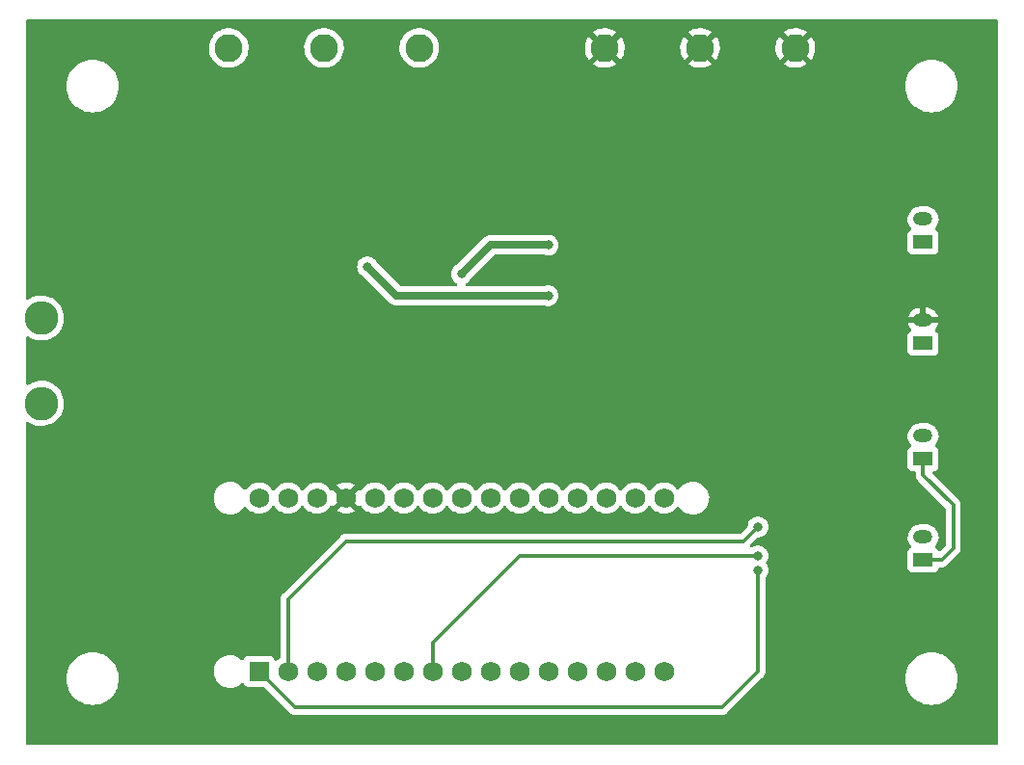
<source format=gbr>
%TF.GenerationSoftware,KiCad,Pcbnew,(6.0.0)*%
%TF.CreationDate,2022-02-25T15:07:17+01:00*%
%TF.ProjectId,ESP8266ControllerCircuit,45535038-3236-4364-936f-6e74726f6c6c,rev?*%
%TF.SameCoordinates,Original*%
%TF.FileFunction,Copper,L2,Bot*%
%TF.FilePolarity,Positive*%
%FSLAX46Y46*%
G04 Gerber Fmt 4.6, Leading zero omitted, Abs format (unit mm)*
G04 Created by KiCad (PCBNEW (6.0.0)) date 2022-02-25 15:07:17*
%MOMM*%
%LPD*%
G01*
G04 APERTURE LIST*
%TA.AperFunction,ComponentPad*%
%ADD10C,2.460625*%
%TD*%
%TA.AperFunction,ComponentPad*%
%ADD11R,1.700000X1.200000*%
%TD*%
%TA.AperFunction,ComponentPad*%
%ADD12O,1.700000X1.200000*%
%TD*%
%TA.AperFunction,ComponentPad*%
%ADD13C,2.952750*%
%TD*%
%TA.AperFunction,ComponentPad*%
%ADD14C,1.727200*%
%TD*%
%TA.AperFunction,ComponentPad*%
%ADD15R,1.727200X1.727200*%
%TD*%
%TA.AperFunction,ViaPad*%
%ADD16C,0.800000*%
%TD*%
%TA.AperFunction,Conductor*%
%ADD17C,0.700000*%
%TD*%
%TA.AperFunction,Conductor*%
%ADD18C,0.300000*%
%TD*%
G04 APERTURE END LIST*
D10*
%TO.P,U3,1,2*%
%TO.N,R1+*%
X187215000Y-53798625D03*
%TO.P,U3,2,2*%
X195580000Y-53798625D03*
%TO.P,U3,3,2*%
X203947500Y-53798625D03*
%TD*%
D11*
%TO.P,J2,1,Pin_1*%
%TO.N,Net-(IC1-Pad6)*%
X215170000Y-89900000D03*
D12*
%TO.P,J2,2,Pin_2*%
%TO.N,Net-(IC1-Pad7)*%
X215170000Y-87900000D03*
%TD*%
D10*
%TO.P,U1,1,2*%
%TO.N,R3-*%
X154195000Y-53798625D03*
%TO.P,U1,2,2*%
%TO.N,R2-*%
X162560000Y-53798625D03*
%TO.P,U1,3,2*%
%TO.N,R1-*%
X170927500Y-53798625D03*
%TD*%
D11*
%TO.P,TX1,1,Pin_1*%
%TO.N,Net-(TX1-Pad1)*%
X215170000Y-70850000D03*
D12*
%TO.P,TX1,2,Pin_2*%
%TO.N,Net-(TX1-Pad2)*%
X215170000Y-68850000D03*
%TD*%
D11*
%TO.P,RX1,1,Pin_1*%
%TO.N,Net-(R2-Pad2)*%
X215170000Y-79740000D03*
D12*
%TO.P,RX1,2,Pin_2*%
%TO.N,R1+*%
X215170000Y-77740000D03*
%TD*%
D11*
%TO.P,J1,1,Pin_1*%
%TO.N,Net-(IC1-Pad6)*%
X215170000Y-98790000D03*
D12*
%TO.P,J1,2,Pin_2*%
%TO.N,Net-(IC1-Pad7)*%
X215170000Y-96790000D03*
%TD*%
D13*
%TO.P,U4,1,2*%
%TO.N,Net-(F1-Pad2)*%
X137737000Y-85030000D03*
%TO.P,U4,2,2*%
%TO.N,GND*%
X137737000Y-77530000D03*
%TD*%
D14*
%TO.P,XA1,3V3,3.3V*%
%TO.N,unconnected-(XA1-Pad3V3)*%
X189865000Y-93345000D03*
%TO.P,XA1,5V,5V*%
%TO.N,R1+*%
X164465000Y-93345000D03*
%TO.P,XA1,A0,A0*%
%TO.N,Relay1*%
X184785000Y-93345000D03*
%TO.P,XA1,A1,A1*%
%TO.N,Relay2*%
X182245000Y-93345000D03*
%TO.P,XA1,A2,A2*%
%TO.N,Relay3*%
X179705000Y-93345000D03*
%TO.P,XA1,A3,A3*%
%TO.N,unconnected-(XA1-PadA3)*%
X177165000Y-93345000D03*
%TO.P,XA1,A4,A4_SDA*%
%TO.N,unconnected-(XA1-PadA4)*%
X174625000Y-93345000D03*
%TO.P,XA1,A5,A5_SCL*%
%TO.N,unconnected-(XA1-PadA5)*%
X172085000Y-93345000D03*
%TO.P,XA1,A6,A6*%
%TO.N,unconnected-(XA1-PadA6)*%
X169545000Y-93345000D03*
%TO.P,XA1,A7,A7*%
%TO.N,unconnected-(XA1-PadA7)*%
X167005000Y-93345000D03*
%TO.P,XA1,AREF,AREF*%
%TO.N,unconnected-(XA1-PadAREF)*%
X187325000Y-93345000D03*
%TO.P,XA1,D0,D0_RX0*%
%TO.N,RS485_RX*%
X159385000Y-108585000D03*
D15*
%TO.P,XA1,D1,D1_TX0*%
%TO.N,RS485_TX*%
X156845000Y-108585000D03*
D14*
%TO.P,XA1,D2,D2_INT0*%
%TO.N,unconnected-(XA1-PadD2)*%
X167005000Y-108585000D03*
%TO.P,XA1,D3,D3_INT1*%
%TO.N,unconnected-(XA1-PadD3)*%
X169545000Y-108585000D03*
%TO.P,XA1,D4,D4*%
%TO.N,RS485_EN*%
X172085000Y-108585000D03*
%TO.P,XA1,D5,D5*%
%TO.N,unconnected-(XA1-PadD5)*%
X174625000Y-108585000D03*
%TO.P,XA1,D6,D6*%
%TO.N,unconnected-(XA1-PadD6)*%
X177165000Y-108585000D03*
%TO.P,XA1,D7,D7*%
%TO.N,unconnected-(XA1-PadD7)*%
X179705000Y-108585000D03*
%TO.P,XA1,D8,D8*%
%TO.N,unconnected-(XA1-PadD8)*%
X182245000Y-108585000D03*
%TO.P,XA1,D9,D9*%
%TO.N,unconnected-(XA1-PadD9)*%
X184785000Y-108585000D03*
%TO.P,XA1,D10,D10_CS*%
%TO.N,Net-(R3-Pad2)*%
X187325000Y-108585000D03*
%TO.P,XA1,D11,D11_MOSI*%
%TO.N,Net-(R2-Pad2)*%
X189865000Y-108585000D03*
%TO.P,XA1,D12,D12_MISO*%
%TO.N,unconnected-(XA1-PadD12)*%
X192405000Y-108585000D03*
%TO.P,XA1,D13,D13_SCK*%
%TO.N,unconnected-(XA1-PadD13)*%
X192405000Y-93345000D03*
%TO.P,XA1,GND1,GND*%
%TO.N,GND*%
X164465000Y-108585000D03*
%TO.P,XA1,GND2,GND*%
X159385000Y-93345000D03*
%TO.P,XA1,RST1,RESET*%
%TO.N,unconnected-(XA1-PadRST1)*%
X161925000Y-108585000D03*
%TO.P,XA1,RST2,RESET*%
%TO.N,unconnected-(XA1-PadRST2)*%
X161925000Y-93345000D03*
%TO.P,XA1,VIN,VIN*%
%TO.N,unconnected-(XA1-PadVIN)*%
X156845000Y-93345000D03*
%TD*%
D16*
%TO.N,R1+*%
X156845000Y-70485000D03*
X165100000Y-70485000D03*
X157710560Y-77471020D03*
X173355000Y-70485000D03*
X186055000Y-75565000D03*
X186055000Y-71120000D03*
X186055000Y-66675000D03*
X210185000Y-95250000D03*
%TO.N,R2-*%
X182245000Y-71120000D03*
X174625000Y-73660000D03*
%TO.N,R3-*%
X182245000Y-75565000D03*
X166370000Y-73025000D03*
%TO.N,RS485_RX*%
X200660000Y-95885000D03*
%TO.N,RS485_EN*%
X200660000Y-98425000D03*
%TO.N,RS485_TX*%
X200660000Y-99695000D03*
%TD*%
D17*
%TO.N,R2-*%
X182245000Y-71120000D02*
X177165000Y-71120000D01*
X177165000Y-71120000D02*
X174625000Y-73660000D01*
%TO.N,R3-*%
X168910000Y-75565000D02*
X166370000Y-73025000D01*
X182245000Y-75565000D02*
X168910000Y-75565000D01*
D18*
%TO.N,RS485_RX*%
X164465000Y-97155000D02*
X159385000Y-102235000D01*
X159385000Y-102235000D02*
X159385000Y-108585000D01*
X200660000Y-95885000D02*
X199390000Y-97155000D01*
X199390000Y-97155000D02*
X164465000Y-97155000D01*
%TO.N,RS485_EN*%
X200660000Y-98425000D02*
X179705000Y-98425000D01*
X179705000Y-98425000D02*
X172085000Y-106045000D01*
X172085000Y-106045000D02*
X172085000Y-108585000D01*
%TO.N,RS485_TX*%
X160020000Y-111760000D02*
X156845000Y-108585000D01*
X197485000Y-111760000D02*
X160020000Y-111760000D01*
X200660000Y-108585000D02*
X197485000Y-111760000D01*
X200660000Y-99695000D02*
X200660000Y-108585000D01*
%TO.N,Net-(IC1-Pad6)*%
X215170000Y-91345000D02*
X217805000Y-93980000D01*
X216805000Y-98790000D02*
X215170000Y-98790000D01*
X215170000Y-89900000D02*
X215170000Y-91345000D01*
X217805000Y-93980000D02*
X217805000Y-97790000D01*
X217805000Y-97790000D02*
X216805000Y-98790000D01*
%TD*%
%TA.AperFunction,Conductor*%
%TO.N,R1+*%
G36*
X221684121Y-51328002D02*
G01*
X221730614Y-51381658D01*
X221742000Y-51434000D01*
X221742000Y-114936000D01*
X221721998Y-115004121D01*
X221668342Y-115050614D01*
X221616000Y-115062000D01*
X136524000Y-115062000D01*
X136455879Y-115041998D01*
X136409386Y-114988342D01*
X136398000Y-114936000D01*
X136398000Y-109220000D01*
X139931005Y-109220000D01*
X139931275Y-109224119D01*
X139947872Y-109477333D01*
X139950759Y-109521384D01*
X139951563Y-109525424D01*
X139951563Y-109525427D01*
X140007110Y-109804681D01*
X140009682Y-109817612D01*
X140011008Y-109821518D01*
X140011009Y-109821522D01*
X140085753Y-110041708D01*
X140106767Y-110103614D01*
X140240352Y-110374497D01*
X140408151Y-110625627D01*
X140410865Y-110628721D01*
X140410869Y-110628727D01*
X140604585Y-110849617D01*
X140607294Y-110852706D01*
X140610383Y-110855415D01*
X140831273Y-111049131D01*
X140831279Y-111049135D01*
X140834373Y-111051849D01*
X140837799Y-111054138D01*
X140837804Y-111054142D01*
X140904372Y-111098621D01*
X141085502Y-111219648D01*
X141089201Y-111221472D01*
X141089206Y-111221475D01*
X141352691Y-111351411D01*
X141356386Y-111353233D01*
X141360284Y-111354556D01*
X141360286Y-111354557D01*
X141638478Y-111448991D01*
X141638482Y-111448992D01*
X141642388Y-111450318D01*
X141646432Y-111451122D01*
X141646438Y-111451124D01*
X141934573Y-111508437D01*
X141934576Y-111508437D01*
X141938616Y-111509241D01*
X141942727Y-111509510D01*
X141942731Y-111509511D01*
X142235881Y-111528725D01*
X142240000Y-111528995D01*
X142244119Y-111528725D01*
X142537269Y-111509511D01*
X142537273Y-111509510D01*
X142541384Y-111509241D01*
X142545424Y-111508437D01*
X142545427Y-111508437D01*
X142833562Y-111451124D01*
X142833568Y-111451122D01*
X142837612Y-111450318D01*
X142841518Y-111448992D01*
X142841522Y-111448991D01*
X143119714Y-111354557D01*
X143119716Y-111354556D01*
X143123614Y-111353233D01*
X143127309Y-111351411D01*
X143390794Y-111221475D01*
X143390799Y-111221472D01*
X143394498Y-111219648D01*
X143575628Y-111098621D01*
X143642196Y-111054142D01*
X143642201Y-111054138D01*
X143645627Y-111051849D01*
X143648721Y-111049135D01*
X143648727Y-111049131D01*
X143869617Y-110855415D01*
X143872706Y-110852706D01*
X143875415Y-110849617D01*
X144069131Y-110628727D01*
X144069135Y-110628721D01*
X144071849Y-110625627D01*
X144239648Y-110374497D01*
X144373233Y-110103614D01*
X144394247Y-110041708D01*
X144468991Y-109821522D01*
X144468992Y-109821518D01*
X144470318Y-109817612D01*
X144472891Y-109804681D01*
X144528437Y-109525427D01*
X144528437Y-109525424D01*
X144529241Y-109521384D01*
X144532129Y-109477333D01*
X144548725Y-109224119D01*
X144548995Y-109220000D01*
X144546567Y-109182951D01*
X144529511Y-108922731D01*
X144529510Y-108922727D01*
X144529241Y-108918616D01*
X144528171Y-108913236D01*
X144482840Y-108685339D01*
X152870091Y-108685339D01*
X152905747Y-108918349D01*
X152978980Y-109142407D01*
X152981370Y-109146998D01*
X153056758Y-109291816D01*
X153087825Y-109351496D01*
X153090928Y-109355629D01*
X153090930Y-109355632D01*
X153218416Y-109525427D01*
X153229358Y-109540000D01*
X153399777Y-109702857D01*
X153594508Y-109835693D01*
X153599192Y-109837867D01*
X153599195Y-109837869D01*
X153803628Y-109932764D01*
X153803633Y-109932766D01*
X153808319Y-109934941D01*
X154035468Y-109997935D01*
X154040605Y-109998484D01*
X154224563Y-110018144D01*
X154224571Y-110018144D01*
X154227898Y-110018500D01*
X154364757Y-110018500D01*
X154367330Y-110018288D01*
X154367341Y-110018288D01*
X154534779Y-110004522D01*
X154534785Y-110004521D01*
X154539930Y-110004098D01*
X154768551Y-109946673D01*
X154984723Y-109852678D01*
X155182641Y-109724640D01*
X155192780Y-109715415D01*
X155283412Y-109632945D01*
X155312917Y-109606097D01*
X155376762Y-109575046D01*
X155447260Y-109583440D01*
X155502029Y-109628617D01*
X155515698Y-109655061D01*
X155530785Y-109695305D01*
X155618139Y-109811861D01*
X155734695Y-109899215D01*
X155871084Y-109950345D01*
X155933266Y-109957100D01*
X157233650Y-109957100D01*
X157301771Y-109977102D01*
X157322745Y-109994005D01*
X159496345Y-112167605D01*
X159504335Y-112176385D01*
X159508584Y-112183080D01*
X159514362Y-112188506D01*
X159514363Y-112188507D01*
X159560257Y-112231604D01*
X159563099Y-112234359D01*
X159583667Y-112254927D01*
X159587170Y-112257644D01*
X159596195Y-112265352D01*
X159629867Y-112296972D01*
X159636818Y-112300793D01*
X159636819Y-112300794D01*
X159648658Y-112307303D01*
X159665182Y-112318157D01*
X159675271Y-112325982D01*
X159682132Y-112331304D01*
X159689404Y-112334451D01*
X159689406Y-112334452D01*
X159724535Y-112349654D01*
X159735195Y-112354876D01*
X159765168Y-112371354D01*
X159775663Y-112377124D01*
X159796441Y-112382459D01*
X159815131Y-112388858D01*
X159834824Y-112397380D01*
X159869563Y-112402882D01*
X159880448Y-112404606D01*
X159892071Y-112407013D01*
X159916754Y-112413350D01*
X159936812Y-112418500D01*
X159958259Y-112418500D01*
X159977969Y-112420051D01*
X159999152Y-112423406D01*
X160045141Y-112419059D01*
X160056996Y-112418500D01*
X197402944Y-112418500D01*
X197414800Y-112419059D01*
X197414803Y-112419059D01*
X197422537Y-112420788D01*
X197493369Y-112418562D01*
X197497327Y-112418500D01*
X197526432Y-112418500D01*
X197530832Y-112417944D01*
X197542664Y-112417012D01*
X197588831Y-112415562D01*
X197609421Y-112409580D01*
X197628782Y-112405570D01*
X197636416Y-112404606D01*
X197642204Y-112403875D01*
X197642205Y-112403875D01*
X197650064Y-112402882D01*
X197657429Y-112399966D01*
X197657433Y-112399965D01*
X197693021Y-112385874D01*
X197704231Y-112382035D01*
X197748600Y-112369145D01*
X197767065Y-112358225D01*
X197784805Y-112349534D01*
X197804756Y-112341635D01*
X197842129Y-112314482D01*
X197852048Y-112307967D01*
X197884977Y-112288493D01*
X197884981Y-112288490D01*
X197891807Y-112284453D01*
X197906971Y-112269289D01*
X197922005Y-112256448D01*
X197939357Y-112243841D01*
X197968803Y-112208247D01*
X197976792Y-112199468D01*
X200956260Y-109220000D01*
X213591005Y-109220000D01*
X213591275Y-109224119D01*
X213607872Y-109477333D01*
X213610759Y-109521384D01*
X213611563Y-109525424D01*
X213611563Y-109525427D01*
X213667110Y-109804681D01*
X213669682Y-109817612D01*
X213671008Y-109821518D01*
X213671009Y-109821522D01*
X213745753Y-110041708D01*
X213766767Y-110103614D01*
X213900352Y-110374497D01*
X214068151Y-110625627D01*
X214070865Y-110628721D01*
X214070869Y-110628727D01*
X214264585Y-110849617D01*
X214267294Y-110852706D01*
X214270383Y-110855415D01*
X214491273Y-111049131D01*
X214491279Y-111049135D01*
X214494373Y-111051849D01*
X214497799Y-111054138D01*
X214497804Y-111054142D01*
X214564372Y-111098621D01*
X214745502Y-111219648D01*
X214749201Y-111221472D01*
X214749206Y-111221475D01*
X215012691Y-111351411D01*
X215016386Y-111353233D01*
X215020284Y-111354556D01*
X215020286Y-111354557D01*
X215298478Y-111448991D01*
X215298482Y-111448992D01*
X215302388Y-111450318D01*
X215306432Y-111451122D01*
X215306438Y-111451124D01*
X215594573Y-111508437D01*
X215594576Y-111508437D01*
X215598616Y-111509241D01*
X215602727Y-111509510D01*
X215602731Y-111509511D01*
X215895881Y-111528725D01*
X215900000Y-111528995D01*
X215904119Y-111528725D01*
X216197269Y-111509511D01*
X216197273Y-111509510D01*
X216201384Y-111509241D01*
X216205424Y-111508437D01*
X216205427Y-111508437D01*
X216493562Y-111451124D01*
X216493568Y-111451122D01*
X216497612Y-111450318D01*
X216501518Y-111448992D01*
X216501522Y-111448991D01*
X216779714Y-111354557D01*
X216779716Y-111354556D01*
X216783614Y-111353233D01*
X216787309Y-111351411D01*
X217050794Y-111221475D01*
X217050799Y-111221472D01*
X217054498Y-111219648D01*
X217235628Y-111098621D01*
X217302196Y-111054142D01*
X217302201Y-111054138D01*
X217305627Y-111051849D01*
X217308721Y-111049135D01*
X217308727Y-111049131D01*
X217529617Y-110855415D01*
X217532706Y-110852706D01*
X217535415Y-110849617D01*
X217729131Y-110628727D01*
X217729135Y-110628721D01*
X217731849Y-110625627D01*
X217899648Y-110374497D01*
X218033233Y-110103614D01*
X218054247Y-110041708D01*
X218128991Y-109821522D01*
X218128992Y-109821518D01*
X218130318Y-109817612D01*
X218132891Y-109804681D01*
X218188437Y-109525427D01*
X218188437Y-109525424D01*
X218189241Y-109521384D01*
X218192129Y-109477333D01*
X218208725Y-109224119D01*
X218208995Y-109220000D01*
X218206567Y-109182951D01*
X218189511Y-108922731D01*
X218189510Y-108922727D01*
X218189241Y-108918616D01*
X218188171Y-108913236D01*
X218131124Y-108626438D01*
X218131122Y-108626432D01*
X218130318Y-108622388D01*
X218124704Y-108605848D01*
X218034557Y-108340286D01*
X218034556Y-108340284D01*
X218033233Y-108336386D01*
X218029182Y-108328171D01*
X217901475Y-108069207D01*
X217901472Y-108069202D01*
X217899648Y-108065503D01*
X217731849Y-107814373D01*
X217729135Y-107811279D01*
X217729131Y-107811273D01*
X217535415Y-107590383D01*
X217532706Y-107587294D01*
X217504751Y-107562778D01*
X217308727Y-107390869D01*
X217308721Y-107390865D01*
X217305627Y-107388151D01*
X217302197Y-107385859D01*
X217302196Y-107385858D01*
X217079767Y-107237236D01*
X217054498Y-107220352D01*
X217050799Y-107218528D01*
X217050794Y-107218525D01*
X216787309Y-107088589D01*
X216787307Y-107088588D01*
X216783614Y-107086767D01*
X216779714Y-107085443D01*
X216501522Y-106991009D01*
X216501518Y-106991008D01*
X216497612Y-106989682D01*
X216493568Y-106988878D01*
X216493562Y-106988876D01*
X216205427Y-106931563D01*
X216205424Y-106931563D01*
X216201384Y-106930759D01*
X216197273Y-106930490D01*
X216197269Y-106930489D01*
X215904119Y-106911275D01*
X215900000Y-106911005D01*
X215895881Y-106911275D01*
X215602731Y-106930489D01*
X215602727Y-106930490D01*
X215598616Y-106930759D01*
X215594576Y-106931563D01*
X215594573Y-106931563D01*
X215306438Y-106988876D01*
X215306432Y-106988878D01*
X215302388Y-106989682D01*
X215298482Y-106991008D01*
X215298478Y-106991009D01*
X215020286Y-107085443D01*
X215016386Y-107086767D01*
X215012693Y-107088588D01*
X215012691Y-107088589D01*
X214749207Y-107218525D01*
X214749202Y-107218528D01*
X214745503Y-107220352D01*
X214494373Y-107388151D01*
X214491279Y-107390865D01*
X214491273Y-107390869D01*
X214295249Y-107562778D01*
X214267294Y-107587294D01*
X214264585Y-107590383D01*
X214070869Y-107811273D01*
X214070865Y-107811279D01*
X214068151Y-107814373D01*
X213900352Y-108065503D01*
X213898528Y-108069202D01*
X213898525Y-108069207D01*
X213770818Y-108328171D01*
X213766767Y-108336386D01*
X213765444Y-108340284D01*
X213765443Y-108340286D01*
X213675297Y-108605848D01*
X213669682Y-108622388D01*
X213668878Y-108626432D01*
X213668876Y-108626438D01*
X213611829Y-108913236D01*
X213610759Y-108918616D01*
X213610490Y-108922727D01*
X213610489Y-108922731D01*
X213593433Y-109182951D01*
X213591005Y-109220000D01*
X200956260Y-109220000D01*
X201067605Y-109108655D01*
X201076385Y-109100665D01*
X201076387Y-109100663D01*
X201083080Y-109096416D01*
X201131605Y-109044742D01*
X201134359Y-109041901D01*
X201154927Y-109021333D01*
X201157647Y-109017826D01*
X201165353Y-109008804D01*
X201191544Y-108980913D01*
X201196972Y-108975133D01*
X201200794Y-108968181D01*
X201207303Y-108956342D01*
X201218157Y-108939818D01*
X201226445Y-108929132D01*
X201231304Y-108922868D01*
X201234452Y-108915594D01*
X201249654Y-108880465D01*
X201254876Y-108869805D01*
X201273305Y-108836284D01*
X201273306Y-108836282D01*
X201277124Y-108829337D01*
X201282459Y-108808559D01*
X201288858Y-108789869D01*
X201297380Y-108770176D01*
X201304606Y-108724552D01*
X201307013Y-108712929D01*
X201316528Y-108675868D01*
X201318500Y-108668188D01*
X201318500Y-108646741D01*
X201320051Y-108627031D01*
X201322166Y-108613677D01*
X201323406Y-108605848D01*
X201319059Y-108559859D01*
X201318500Y-108548004D01*
X201318500Y-100369759D01*
X201338502Y-100301638D01*
X201350864Y-100285449D01*
X201394621Y-100236852D01*
X201394622Y-100236851D01*
X201399040Y-100231944D01*
X201494527Y-100066556D01*
X201553542Y-99884928D01*
X201558200Y-99840615D01*
X201572814Y-99701565D01*
X201573504Y-99695000D01*
X201566493Y-99628297D01*
X201554232Y-99511635D01*
X201554232Y-99511633D01*
X201553542Y-99505072D01*
X201494527Y-99323444D01*
X201399040Y-99158056D01*
X201386662Y-99144309D01*
X201355946Y-99080303D01*
X201364710Y-99009850D01*
X201386661Y-98975693D01*
X201399040Y-98961944D01*
X201494527Y-98796556D01*
X201553542Y-98614928D01*
X201573504Y-98425000D01*
X201553542Y-98235072D01*
X201494527Y-98053444D01*
X201487507Y-98041284D01*
X201429699Y-97941159D01*
X201399040Y-97888056D01*
X201349920Y-97833502D01*
X201275675Y-97751045D01*
X201275674Y-97751044D01*
X201271253Y-97746134D01*
X201158042Y-97663881D01*
X201122094Y-97637763D01*
X201122093Y-97637762D01*
X201116752Y-97633882D01*
X201110724Y-97631198D01*
X201110722Y-97631197D01*
X200948319Y-97558891D01*
X200948318Y-97558891D01*
X200942288Y-97556206D01*
X200848888Y-97536353D01*
X200761944Y-97517872D01*
X200761939Y-97517872D01*
X200755487Y-97516500D01*
X200564513Y-97516500D01*
X200558061Y-97517872D01*
X200558056Y-97517872D01*
X200471112Y-97536353D01*
X200377712Y-97556206D01*
X200371682Y-97558891D01*
X200371681Y-97558891D01*
X200209278Y-97631197D01*
X200209276Y-97631198D01*
X200203248Y-97633882D01*
X200197907Y-97637762D01*
X200197906Y-97637763D01*
X200178809Y-97651638D01*
X200111941Y-97675497D01*
X200042790Y-97659416D01*
X199993309Y-97608502D01*
X199979210Y-97538920D01*
X200004968Y-97472760D01*
X200015653Y-97460607D01*
X200645855Y-96830405D01*
X200708167Y-96796379D01*
X200734950Y-96793500D01*
X200755487Y-96793500D01*
X200761939Y-96792128D01*
X200761944Y-96792128D01*
X200848888Y-96773647D01*
X200942288Y-96753794D01*
X200983144Y-96735604D01*
X213807787Y-96735604D01*
X213817567Y-96946899D01*
X213867125Y-97152534D01*
X213869607Y-97157992D01*
X213869608Y-97157996D01*
X213913053Y-97253546D01*
X213954674Y-97345087D01*
X214077054Y-97517611D01*
X214081381Y-97521753D01*
X214081386Y-97521759D01*
X214099783Y-97539370D01*
X214135160Y-97600925D01*
X214131641Y-97671834D01*
X214090345Y-97729585D01*
X214078349Y-97737490D01*
X214073295Y-97739385D01*
X214066114Y-97744767D01*
X214066112Y-97744768D01*
X213988935Y-97802610D01*
X213956739Y-97826739D01*
X213869385Y-97943295D01*
X213818255Y-98079684D01*
X213811500Y-98141866D01*
X213811500Y-99438134D01*
X213818255Y-99500316D01*
X213869385Y-99636705D01*
X213956739Y-99753261D01*
X214073295Y-99840615D01*
X214209684Y-99891745D01*
X214271866Y-99898500D01*
X216068134Y-99898500D01*
X216130316Y-99891745D01*
X216266705Y-99840615D01*
X216383261Y-99753261D01*
X216470615Y-99636705D01*
X216510516Y-99530270D01*
X216553158Y-99473506D01*
X216619719Y-99448806D01*
X216628498Y-99448500D01*
X216722944Y-99448500D01*
X216734800Y-99449059D01*
X216734803Y-99449059D01*
X216742537Y-99450788D01*
X216813369Y-99448562D01*
X216817327Y-99448500D01*
X216846432Y-99448500D01*
X216850832Y-99447944D01*
X216862664Y-99447012D01*
X216908831Y-99445562D01*
X216929421Y-99439580D01*
X216948782Y-99435570D01*
X216955770Y-99434688D01*
X216962204Y-99433875D01*
X216962205Y-99433875D01*
X216970064Y-99432882D01*
X216977429Y-99429966D01*
X216977433Y-99429965D01*
X217013021Y-99415874D01*
X217024231Y-99412035D01*
X217068600Y-99399145D01*
X217087065Y-99388225D01*
X217104805Y-99379534D01*
X217124756Y-99371635D01*
X217162129Y-99344482D01*
X217172048Y-99337967D01*
X217204977Y-99318493D01*
X217204981Y-99318490D01*
X217211807Y-99314453D01*
X217226971Y-99299289D01*
X217242005Y-99286448D01*
X217252943Y-99278501D01*
X217259357Y-99273841D01*
X217288803Y-99238247D01*
X217296792Y-99229468D01*
X218212605Y-98313655D01*
X218221385Y-98305665D01*
X218221387Y-98305663D01*
X218228080Y-98301416D01*
X218276605Y-98249742D01*
X218279359Y-98246901D01*
X218299927Y-98226333D01*
X218302647Y-98222826D01*
X218310353Y-98213804D01*
X218336544Y-98185913D01*
X218341972Y-98180133D01*
X218345794Y-98173181D01*
X218352303Y-98161342D01*
X218363157Y-98144818D01*
X218371445Y-98134132D01*
X218376304Y-98127868D01*
X218379452Y-98120594D01*
X218394654Y-98085465D01*
X218399876Y-98074805D01*
X218418305Y-98041284D01*
X218418306Y-98041282D01*
X218422124Y-98034337D01*
X218427459Y-98013559D01*
X218433858Y-97994869D01*
X218442380Y-97975176D01*
X218449606Y-97929552D01*
X218452013Y-97917929D01*
X218461528Y-97880868D01*
X218463500Y-97873188D01*
X218463500Y-97851741D01*
X218465051Y-97832031D01*
X218467166Y-97818677D01*
X218468406Y-97810848D01*
X218464059Y-97764859D01*
X218463500Y-97753004D01*
X218463500Y-94062059D01*
X218464059Y-94050203D01*
X218465789Y-94042463D01*
X218465038Y-94018553D01*
X218463562Y-93971611D01*
X218463500Y-93967653D01*
X218463500Y-93938568D01*
X218462946Y-93934179D01*
X218462013Y-93922337D01*
X218460811Y-93884094D01*
X218460562Y-93876169D01*
X218454580Y-93855579D01*
X218450570Y-93836216D01*
X218448875Y-93822796D01*
X218448875Y-93822795D01*
X218447882Y-93814936D01*
X218444966Y-93807571D01*
X218444965Y-93807567D01*
X218430874Y-93771979D01*
X218427035Y-93760769D01*
X218414145Y-93716400D01*
X218403225Y-93697935D01*
X218394534Y-93680195D01*
X218386635Y-93660244D01*
X218359482Y-93622871D01*
X218352967Y-93612952D01*
X218333493Y-93580023D01*
X218333490Y-93580019D01*
X218329453Y-93573193D01*
X218314289Y-93558029D01*
X218301448Y-93542995D01*
X218293501Y-93532057D01*
X218288841Y-93525643D01*
X218253247Y-93496197D01*
X218244468Y-93488208D01*
X215979813Y-91223553D01*
X215945787Y-91161241D01*
X215950852Y-91090426D01*
X215993399Y-91033590D01*
X216062095Y-91008642D01*
X216064717Y-91008500D01*
X216068134Y-91008500D01*
X216130316Y-91001745D01*
X216266705Y-90950615D01*
X216383261Y-90863261D01*
X216470615Y-90746705D01*
X216521745Y-90610316D01*
X216528500Y-90548134D01*
X216528500Y-89251866D01*
X216521745Y-89189684D01*
X216470615Y-89053295D01*
X216383261Y-88936739D01*
X216266705Y-88849385D01*
X216263455Y-88848167D01*
X216215268Y-88799870D01*
X216200254Y-88730479D01*
X216225140Y-88663987D01*
X216230739Y-88657052D01*
X216326552Y-88546637D01*
X216329552Y-88541451D01*
X216329555Y-88541447D01*
X216429467Y-88368742D01*
X216432473Y-88363546D01*
X216501861Y-88163729D01*
X216532213Y-87954396D01*
X216522433Y-87743101D01*
X216472875Y-87537466D01*
X216429525Y-87442122D01*
X216387806Y-87350368D01*
X216385326Y-87344913D01*
X216262946Y-87172389D01*
X216110150Y-87026119D01*
X215932452Y-86911380D01*
X215872354Y-86887160D01*
X215741832Y-86834558D01*
X215741829Y-86834557D01*
X215736263Y-86832314D01*
X215528663Y-86791772D01*
X215523101Y-86791500D01*
X214867154Y-86791500D01*
X214709434Y-86806548D01*
X214506466Y-86866092D01*
X214501139Y-86868836D01*
X214501138Y-86868836D01*
X214323751Y-86960196D01*
X214323748Y-86960198D01*
X214318420Y-86962942D01*
X214152080Y-87093604D01*
X214148148Y-87098135D01*
X214148145Y-87098138D01*
X214079474Y-87177275D01*
X214013448Y-87253363D01*
X214010448Y-87258549D01*
X214010445Y-87258553D01*
X213963312Y-87340026D01*
X213907527Y-87436454D01*
X213838139Y-87636271D01*
X213807787Y-87845604D01*
X213817567Y-88056899D01*
X213867125Y-88262534D01*
X213869607Y-88267992D01*
X213869608Y-88267996D01*
X213913053Y-88363546D01*
X213954674Y-88455087D01*
X214077054Y-88627611D01*
X214081381Y-88631753D01*
X214081386Y-88631759D01*
X214099783Y-88649370D01*
X214135160Y-88710925D01*
X214131641Y-88781834D01*
X214090345Y-88839585D01*
X214078349Y-88847490D01*
X214073295Y-88849385D01*
X213956739Y-88936739D01*
X213869385Y-89053295D01*
X213818255Y-89189684D01*
X213811500Y-89251866D01*
X213811500Y-90548134D01*
X213818255Y-90610316D01*
X213869385Y-90746705D01*
X213956739Y-90863261D01*
X214073295Y-90950615D01*
X214209684Y-91001745D01*
X214271866Y-91008500D01*
X214385500Y-91008500D01*
X214453621Y-91028502D01*
X214500114Y-91082158D01*
X214511500Y-91134500D01*
X214511500Y-91262944D01*
X214510941Y-91274800D01*
X214509212Y-91282537D01*
X214509461Y-91290459D01*
X214511438Y-91353369D01*
X214511500Y-91357327D01*
X214511500Y-91386432D01*
X214512056Y-91390832D01*
X214512988Y-91402664D01*
X214514438Y-91448831D01*
X214516650Y-91456444D01*
X214516650Y-91456445D01*
X214520419Y-91469416D01*
X214524430Y-91488782D01*
X214527118Y-91510064D01*
X214530034Y-91517429D01*
X214530035Y-91517433D01*
X214544126Y-91553021D01*
X214547965Y-91564231D01*
X214560855Y-91608600D01*
X214571775Y-91627065D01*
X214580466Y-91644805D01*
X214588365Y-91664756D01*
X214615516Y-91702126D01*
X214622033Y-91712048D01*
X214641507Y-91744977D01*
X214641510Y-91744981D01*
X214645547Y-91751807D01*
X214660711Y-91766971D01*
X214673551Y-91782004D01*
X214686159Y-91799357D01*
X214721752Y-91828802D01*
X214730532Y-91836792D01*
X217109595Y-94215855D01*
X217143621Y-94278167D01*
X217146500Y-94304950D01*
X217146500Y-97465050D01*
X217126498Y-97533171D01*
X217109595Y-97554145D01*
X216676945Y-97986795D01*
X216614633Y-98020821D01*
X216543818Y-98015756D01*
X216486982Y-97973209D01*
X216477331Y-97958211D01*
X216473765Y-97951699D01*
X216470615Y-97943295D01*
X216465230Y-97936109D01*
X216400998Y-97850405D01*
X216383261Y-97826739D01*
X216266705Y-97739385D01*
X216263455Y-97738167D01*
X216215268Y-97689870D01*
X216200254Y-97620479D01*
X216225140Y-97553987D01*
X216230739Y-97547052D01*
X216326552Y-97436637D01*
X216329552Y-97431451D01*
X216329555Y-97431447D01*
X216429467Y-97258742D01*
X216432473Y-97253546D01*
X216501861Y-97053729D01*
X216532213Y-96844396D01*
X216522433Y-96633101D01*
X216472875Y-96427466D01*
X216470365Y-96421944D01*
X216418084Y-96306959D01*
X216385326Y-96234913D01*
X216262946Y-96062389D01*
X216110150Y-95916119D01*
X215932452Y-95801380D01*
X215872354Y-95777160D01*
X215741832Y-95724558D01*
X215741829Y-95724557D01*
X215736263Y-95722314D01*
X215528663Y-95681772D01*
X215523101Y-95681500D01*
X214867154Y-95681500D01*
X214709434Y-95696548D01*
X214506466Y-95756092D01*
X214501139Y-95758836D01*
X214501138Y-95758836D01*
X214323751Y-95850196D01*
X214323748Y-95850198D01*
X214318420Y-95852942D01*
X214152080Y-95983604D01*
X214148148Y-95988135D01*
X214148145Y-95988138D01*
X214079474Y-96067275D01*
X214013448Y-96143363D01*
X214010448Y-96148549D01*
X214010445Y-96148553D01*
X213963312Y-96230026D01*
X213907527Y-96326454D01*
X213838139Y-96526271D01*
X213837278Y-96532206D01*
X213837278Y-96532208D01*
X213823020Y-96630547D01*
X213807787Y-96735604D01*
X200983144Y-96735604D01*
X201110722Y-96678803D01*
X201110724Y-96678802D01*
X201116752Y-96676118D01*
X201123578Y-96671159D01*
X201251762Y-96578027D01*
X201271253Y-96563866D01*
X201275675Y-96558955D01*
X201394621Y-96426852D01*
X201394622Y-96426851D01*
X201399040Y-96421944D01*
X201494527Y-96256556D01*
X201553542Y-96074928D01*
X201554347Y-96067275D01*
X201572814Y-95891565D01*
X201573504Y-95885000D01*
X201560244Y-95758836D01*
X201554232Y-95701635D01*
X201554232Y-95701633D01*
X201553542Y-95695072D01*
X201494527Y-95513444D01*
X201399040Y-95348056D01*
X201271253Y-95206134D01*
X201116752Y-95093882D01*
X201110724Y-95091198D01*
X201110722Y-95091197D01*
X200948319Y-95018891D01*
X200948318Y-95018891D01*
X200942288Y-95016206D01*
X200848887Y-94996353D01*
X200761944Y-94977872D01*
X200761939Y-94977872D01*
X200755487Y-94976500D01*
X200564513Y-94976500D01*
X200558061Y-94977872D01*
X200558056Y-94977872D01*
X200471113Y-94996353D01*
X200377712Y-95016206D01*
X200371682Y-95018891D01*
X200371681Y-95018891D01*
X200209278Y-95091197D01*
X200209276Y-95091198D01*
X200203248Y-95093882D01*
X200048747Y-95206134D01*
X199920960Y-95348056D01*
X199825473Y-95513444D01*
X199766458Y-95695072D01*
X199755285Y-95801380D01*
X199753245Y-95820786D01*
X199726232Y-95886442D01*
X199717030Y-95896710D01*
X199154145Y-96459595D01*
X199091833Y-96493621D01*
X199065050Y-96496500D01*
X164547059Y-96496500D01*
X164535203Y-96495941D01*
X164527463Y-96494211D01*
X164519537Y-96494460D01*
X164519536Y-96494460D01*
X164456611Y-96496438D01*
X164452653Y-96496500D01*
X164423568Y-96496500D01*
X164419637Y-96496997D01*
X164419630Y-96496997D01*
X164419179Y-96497054D01*
X164407343Y-96497986D01*
X164361169Y-96499438D01*
X164340579Y-96505420D01*
X164321218Y-96509430D01*
X164314230Y-96510312D01*
X164307796Y-96511125D01*
X164307795Y-96511125D01*
X164299936Y-96512118D01*
X164292571Y-96515034D01*
X164292567Y-96515035D01*
X164256979Y-96529126D01*
X164245769Y-96532965D01*
X164201400Y-96545855D01*
X164182935Y-96556775D01*
X164165195Y-96565466D01*
X164145244Y-96573365D01*
X164107874Y-96600516D01*
X164097952Y-96607033D01*
X164065023Y-96626507D01*
X164065019Y-96626510D01*
X164058193Y-96630547D01*
X164043029Y-96645711D01*
X164027996Y-96658551D01*
X164010643Y-96671159D01*
X163981198Y-96706752D01*
X163973208Y-96715532D01*
X158977395Y-101711345D01*
X158968615Y-101719335D01*
X158968613Y-101719337D01*
X158961920Y-101723584D01*
X158956494Y-101729362D01*
X158956493Y-101729363D01*
X158913396Y-101775257D01*
X158910641Y-101778099D01*
X158890073Y-101798667D01*
X158887356Y-101802170D01*
X158879648Y-101811195D01*
X158848028Y-101844867D01*
X158844207Y-101851818D01*
X158844206Y-101851819D01*
X158837697Y-101863658D01*
X158826843Y-101880182D01*
X158819018Y-101890271D01*
X158813696Y-101897132D01*
X158810549Y-101904404D01*
X158810548Y-101904406D01*
X158795346Y-101939535D01*
X158790124Y-101950195D01*
X158767876Y-101990663D01*
X158762541Y-102011441D01*
X158756142Y-102030131D01*
X158747620Y-102049824D01*
X158746380Y-102057655D01*
X158740394Y-102095448D01*
X158737987Y-102107071D01*
X158726500Y-102151812D01*
X158726500Y-102173259D01*
X158724949Y-102192969D01*
X158721594Y-102214152D01*
X158722340Y-102222043D01*
X158725941Y-102260138D01*
X158726500Y-102271996D01*
X158726500Y-107304373D01*
X158706498Y-107372494D01*
X158660235Y-107414717D01*
X158660298Y-107414817D01*
X158659741Y-107415168D01*
X158658679Y-107416137D01*
X158651335Y-107419960D01*
X158470905Y-107555430D01*
X158467333Y-107559168D01*
X158407411Y-107621872D01*
X158345887Y-107657301D01*
X158274975Y-107653844D01*
X158217188Y-107612598D01*
X158198336Y-107579050D01*
X158162367Y-107483103D01*
X158159215Y-107474695D01*
X158071861Y-107358139D01*
X157955305Y-107270785D01*
X157818916Y-107219655D01*
X157756734Y-107212900D01*
X155933266Y-107212900D01*
X155871084Y-107219655D01*
X155734695Y-107270785D01*
X155618139Y-107358139D01*
X155530785Y-107474695D01*
X155527633Y-107483103D01*
X155515332Y-107515915D01*
X155472690Y-107572680D01*
X155406128Y-107597379D01*
X155336779Y-107582171D01*
X155310301Y-107562780D01*
X155210223Y-107467143D01*
X155015492Y-107334307D01*
X155010808Y-107332133D01*
X155010805Y-107332131D01*
X154806372Y-107237236D01*
X154806367Y-107237234D01*
X154801681Y-107235059D01*
X154574532Y-107172065D01*
X154569395Y-107171516D01*
X154385437Y-107151856D01*
X154385429Y-107151856D01*
X154382102Y-107151500D01*
X154245243Y-107151500D01*
X154242670Y-107151712D01*
X154242659Y-107151712D01*
X154075221Y-107165478D01*
X154075215Y-107165479D01*
X154070070Y-107165902D01*
X153841449Y-107223327D01*
X153625277Y-107317322D01*
X153427359Y-107445360D01*
X153423536Y-107448839D01*
X153423533Y-107448841D01*
X153285032Y-107574868D01*
X153253011Y-107604005D01*
X153249812Y-107608056D01*
X153249808Y-107608060D01*
X153135439Y-107752876D01*
X153106915Y-107788994D01*
X153104419Y-107793515D01*
X153104418Y-107793517D01*
X153102038Y-107797828D01*
X152992995Y-107995361D01*
X152991271Y-108000230D01*
X152991269Y-108000234D01*
X152916035Y-108212689D01*
X152914309Y-108217564D01*
X152913402Y-108222657D01*
X152913401Y-108222660D01*
X152883227Y-108392057D01*
X152872971Y-108449633D01*
X152872543Y-108484661D01*
X152870301Y-108668188D01*
X152870091Y-108685339D01*
X144482840Y-108685339D01*
X144471124Y-108626438D01*
X144471122Y-108626432D01*
X144470318Y-108622388D01*
X144464704Y-108605848D01*
X144374557Y-108340286D01*
X144374556Y-108340284D01*
X144373233Y-108336386D01*
X144369182Y-108328171D01*
X144241475Y-108069207D01*
X144241472Y-108069202D01*
X144239648Y-108065503D01*
X144071849Y-107814373D01*
X144069135Y-107811279D01*
X144069131Y-107811273D01*
X143875415Y-107590383D01*
X143872706Y-107587294D01*
X143844751Y-107562778D01*
X143648727Y-107390869D01*
X143648721Y-107390865D01*
X143645627Y-107388151D01*
X143642197Y-107385859D01*
X143642196Y-107385858D01*
X143419767Y-107237236D01*
X143394498Y-107220352D01*
X143390799Y-107218528D01*
X143390794Y-107218525D01*
X143127309Y-107088589D01*
X143127307Y-107088588D01*
X143123614Y-107086767D01*
X143119714Y-107085443D01*
X142841522Y-106991009D01*
X142841518Y-106991008D01*
X142837612Y-106989682D01*
X142833568Y-106988878D01*
X142833562Y-106988876D01*
X142545427Y-106931563D01*
X142545424Y-106931563D01*
X142541384Y-106930759D01*
X142537273Y-106930490D01*
X142537269Y-106930489D01*
X142244119Y-106911275D01*
X142240000Y-106911005D01*
X142235881Y-106911275D01*
X141942731Y-106930489D01*
X141942727Y-106930490D01*
X141938616Y-106930759D01*
X141934576Y-106931563D01*
X141934573Y-106931563D01*
X141646438Y-106988876D01*
X141646432Y-106988878D01*
X141642388Y-106989682D01*
X141638482Y-106991008D01*
X141638478Y-106991009D01*
X141360286Y-107085443D01*
X141356386Y-107086767D01*
X141352693Y-107088588D01*
X141352691Y-107088589D01*
X141089207Y-107218525D01*
X141089202Y-107218528D01*
X141085503Y-107220352D01*
X140834373Y-107388151D01*
X140831279Y-107390865D01*
X140831273Y-107390869D01*
X140635249Y-107562778D01*
X140607294Y-107587294D01*
X140604585Y-107590383D01*
X140410869Y-107811273D01*
X140410865Y-107811279D01*
X140408151Y-107814373D01*
X140240352Y-108065503D01*
X140238528Y-108069202D01*
X140238525Y-108069207D01*
X140110818Y-108328171D01*
X140106767Y-108336386D01*
X140105444Y-108340284D01*
X140105443Y-108340286D01*
X140015297Y-108605848D01*
X140009682Y-108622388D01*
X140008878Y-108626432D01*
X140008876Y-108626438D01*
X139951829Y-108913236D01*
X139950759Y-108918616D01*
X139950490Y-108922727D01*
X139950489Y-108922731D01*
X139933433Y-109182951D01*
X139931005Y-109220000D01*
X136398000Y-109220000D01*
X136398000Y-93445339D01*
X152870091Y-93445339D01*
X152905747Y-93678349D01*
X152978980Y-93902407D01*
X152995754Y-93934630D01*
X153083715Y-94103600D01*
X153087825Y-94111496D01*
X153090928Y-94115629D01*
X153090930Y-94115632D01*
X153182306Y-94237333D01*
X153229358Y-94300000D01*
X153399777Y-94462857D01*
X153594508Y-94595693D01*
X153599192Y-94597867D01*
X153599195Y-94597869D01*
X153803628Y-94692764D01*
X153803633Y-94692766D01*
X153808319Y-94694941D01*
X154035468Y-94757935D01*
X154040605Y-94758484D01*
X154224563Y-94778144D01*
X154224571Y-94778144D01*
X154227898Y-94778500D01*
X154364757Y-94778500D01*
X154367330Y-94778288D01*
X154367341Y-94778288D01*
X154534779Y-94764522D01*
X154534785Y-94764521D01*
X154539930Y-94764098D01*
X154768551Y-94706673D01*
X154984723Y-94612678D01*
X155182641Y-94484640D01*
X155187965Y-94479796D01*
X155353167Y-94329473D01*
X155353168Y-94329471D01*
X155356989Y-94325995D01*
X155360188Y-94321944D01*
X155360192Y-94321940D01*
X155499883Y-94145061D01*
X155499885Y-94145057D01*
X155503085Y-94141006D01*
X155505582Y-94136483D01*
X155508246Y-94132473D01*
X155562603Y-94086802D01*
X155633023Y-94077770D01*
X155697147Y-94108243D01*
X155720627Y-94136365D01*
X155733975Y-94158147D01*
X155881702Y-94328687D01*
X156025936Y-94448433D01*
X156043311Y-94462857D01*
X156055299Y-94472810D01*
X156059751Y-94475412D01*
X156059756Y-94475415D01*
X156149091Y-94527618D01*
X156250103Y-94586645D01*
X156460884Y-94667134D01*
X156465952Y-94668165D01*
X156465955Y-94668166D01*
X156572000Y-94689741D01*
X156681981Y-94712117D01*
X156687156Y-94712307D01*
X156687158Y-94712307D01*
X156902292Y-94720196D01*
X156902296Y-94720196D01*
X156907456Y-94720385D01*
X156912576Y-94719729D01*
X156912578Y-94719729D01*
X157014495Y-94706673D01*
X157131253Y-94691716D01*
X157136202Y-94690231D01*
X157136208Y-94690230D01*
X157342413Y-94628365D01*
X157342412Y-94628365D01*
X157347363Y-94626880D01*
X157442419Y-94580312D01*
X157545331Y-94529897D01*
X157545336Y-94529894D01*
X157549982Y-94527618D01*
X157554192Y-94524615D01*
X157554197Y-94524612D01*
X157729455Y-94399601D01*
X157729459Y-94399597D01*
X157733667Y-94396596D01*
X157893487Y-94237333D01*
X158001655Y-94086802D01*
X158014370Y-94069107D01*
X158070364Y-94025459D01*
X158141068Y-94019013D01*
X158204032Y-94051816D01*
X158224125Y-94076799D01*
X158271275Y-94153743D01*
X158271279Y-94153748D01*
X158273975Y-94158147D01*
X158421702Y-94328687D01*
X158565936Y-94448433D01*
X158583311Y-94462857D01*
X158595299Y-94472810D01*
X158599751Y-94475412D01*
X158599756Y-94475415D01*
X158689091Y-94527618D01*
X158790103Y-94586645D01*
X159000884Y-94667134D01*
X159005952Y-94668165D01*
X159005955Y-94668166D01*
X159112000Y-94689741D01*
X159221981Y-94712117D01*
X159227156Y-94712307D01*
X159227158Y-94712307D01*
X159442292Y-94720196D01*
X159442296Y-94720196D01*
X159447456Y-94720385D01*
X159452576Y-94719729D01*
X159452578Y-94719729D01*
X159554495Y-94706673D01*
X159671253Y-94691716D01*
X159676202Y-94690231D01*
X159676208Y-94690230D01*
X159882413Y-94628365D01*
X159882412Y-94628365D01*
X159887363Y-94626880D01*
X159982419Y-94580312D01*
X160085331Y-94529897D01*
X160085336Y-94529894D01*
X160089982Y-94527618D01*
X160094192Y-94524615D01*
X160094197Y-94524612D01*
X160269455Y-94399601D01*
X160269459Y-94399597D01*
X160273667Y-94396596D01*
X160433487Y-94237333D01*
X160541655Y-94086802D01*
X160554370Y-94069107D01*
X160610364Y-94025459D01*
X160681068Y-94019013D01*
X160744032Y-94051816D01*
X160764125Y-94076799D01*
X160811275Y-94153743D01*
X160811279Y-94153748D01*
X160813975Y-94158147D01*
X160961702Y-94328687D01*
X161105936Y-94448433D01*
X161123311Y-94462857D01*
X161135299Y-94472810D01*
X161139751Y-94475412D01*
X161139756Y-94475415D01*
X161229091Y-94527618D01*
X161330103Y-94586645D01*
X161540884Y-94667134D01*
X161545952Y-94668165D01*
X161545955Y-94668166D01*
X161652000Y-94689741D01*
X161761981Y-94712117D01*
X161767156Y-94712307D01*
X161767158Y-94712307D01*
X161982292Y-94720196D01*
X161982296Y-94720196D01*
X161987456Y-94720385D01*
X161992576Y-94719729D01*
X161992578Y-94719729D01*
X162094495Y-94706673D01*
X162211253Y-94691716D01*
X162216202Y-94690231D01*
X162216208Y-94690230D01*
X162422413Y-94628365D01*
X162422412Y-94628365D01*
X162427363Y-94626880D01*
X162522419Y-94580312D01*
X162625331Y-94529897D01*
X162625336Y-94529894D01*
X162629982Y-94527618D01*
X162634192Y-94524615D01*
X162634197Y-94524612D01*
X162697026Y-94479796D01*
X163695034Y-94479796D01*
X163700315Y-94486850D01*
X163865859Y-94583586D01*
X163875146Y-94588036D01*
X164076193Y-94664808D01*
X164086091Y-94667684D01*
X164296979Y-94710589D01*
X164307208Y-94711808D01*
X164522269Y-94719695D01*
X164532555Y-94719228D01*
X164746022Y-94691883D01*
X164756099Y-94689741D01*
X164962225Y-94627900D01*
X164971832Y-94624134D01*
X165165074Y-94529466D01*
X165173940Y-94524181D01*
X165223998Y-94488474D01*
X165232399Y-94477774D01*
X165225411Y-94464621D01*
X164477812Y-93717022D01*
X164463868Y-93709408D01*
X164462035Y-93709539D01*
X164455420Y-93713790D01*
X163701794Y-94467416D01*
X163695034Y-94479796D01*
X162697026Y-94479796D01*
X162809455Y-94399601D01*
X162809459Y-94399597D01*
X162813667Y-94396596D01*
X162973487Y-94237333D01*
X163081655Y-94086802D01*
X163094687Y-94068666D01*
X163150681Y-94025018D01*
X163221385Y-94018572D01*
X163284349Y-94051375D01*
X163304442Y-94076358D01*
X163321570Y-94104310D01*
X163332027Y-94113770D01*
X163340803Y-94109987D01*
X164092978Y-93357812D01*
X164099356Y-93346132D01*
X164829408Y-93346132D01*
X164829539Y-93347965D01*
X164833790Y-93354580D01*
X165585219Y-94106009D01*
X165597230Y-94112568D01*
X165608969Y-94103600D01*
X165634087Y-94068645D01*
X165690082Y-94024998D01*
X165760786Y-94018553D01*
X165823750Y-94051356D01*
X165843842Y-94076337D01*
X165891279Y-94153747D01*
X165893975Y-94158147D01*
X166041702Y-94328687D01*
X166185936Y-94448433D01*
X166203311Y-94462857D01*
X166215299Y-94472810D01*
X166219751Y-94475412D01*
X166219756Y-94475415D01*
X166309091Y-94527618D01*
X166410103Y-94586645D01*
X166620884Y-94667134D01*
X166625952Y-94668165D01*
X166625955Y-94668166D01*
X166732000Y-94689741D01*
X166841981Y-94712117D01*
X166847156Y-94712307D01*
X166847158Y-94712307D01*
X167062292Y-94720196D01*
X167062296Y-94720196D01*
X167067456Y-94720385D01*
X167072576Y-94719729D01*
X167072578Y-94719729D01*
X167174495Y-94706673D01*
X167291253Y-94691716D01*
X167296202Y-94690231D01*
X167296208Y-94690230D01*
X167502413Y-94628365D01*
X167502412Y-94628365D01*
X167507363Y-94626880D01*
X167602419Y-94580312D01*
X167705331Y-94529897D01*
X167705336Y-94529894D01*
X167709982Y-94527618D01*
X167714192Y-94524615D01*
X167714197Y-94524612D01*
X167889455Y-94399601D01*
X167889459Y-94399597D01*
X167893667Y-94396596D01*
X168053487Y-94237333D01*
X168161655Y-94086802D01*
X168174370Y-94069107D01*
X168230364Y-94025459D01*
X168301068Y-94019013D01*
X168364032Y-94051816D01*
X168384125Y-94076799D01*
X168431275Y-94153743D01*
X168431279Y-94153748D01*
X168433975Y-94158147D01*
X168581702Y-94328687D01*
X168725936Y-94448433D01*
X168743311Y-94462857D01*
X168755299Y-94472810D01*
X168759751Y-94475412D01*
X168759756Y-94475415D01*
X168849091Y-94527618D01*
X168950103Y-94586645D01*
X169160884Y-94667134D01*
X169165952Y-94668165D01*
X169165955Y-94668166D01*
X169272000Y-94689741D01*
X169381981Y-94712117D01*
X169387156Y-94712307D01*
X169387158Y-94712307D01*
X169602292Y-94720196D01*
X169602296Y-94720196D01*
X169607456Y-94720385D01*
X169612576Y-94719729D01*
X169612578Y-94719729D01*
X169714495Y-94706673D01*
X169831253Y-94691716D01*
X169836202Y-94690231D01*
X169836208Y-94690230D01*
X170042413Y-94628365D01*
X170042412Y-94628365D01*
X170047363Y-94626880D01*
X170142419Y-94580312D01*
X170245331Y-94529897D01*
X170245336Y-94529894D01*
X170249982Y-94527618D01*
X170254192Y-94524615D01*
X170254197Y-94524612D01*
X170429455Y-94399601D01*
X170429459Y-94399597D01*
X170433667Y-94396596D01*
X170593487Y-94237333D01*
X170701655Y-94086802D01*
X170714370Y-94069107D01*
X170770364Y-94025459D01*
X170841068Y-94019013D01*
X170904032Y-94051816D01*
X170924125Y-94076799D01*
X170971275Y-94153743D01*
X170971279Y-94153748D01*
X170973975Y-94158147D01*
X171121702Y-94328687D01*
X171265936Y-94448433D01*
X171283311Y-94462857D01*
X171295299Y-94472810D01*
X171299751Y-94475412D01*
X171299756Y-94475415D01*
X171389091Y-94527618D01*
X171490103Y-94586645D01*
X171700884Y-94667134D01*
X171705952Y-94668165D01*
X171705955Y-94668166D01*
X171812000Y-94689741D01*
X171921981Y-94712117D01*
X171927156Y-94712307D01*
X171927158Y-94712307D01*
X172142292Y-94720196D01*
X172142296Y-94720196D01*
X172147456Y-94720385D01*
X172152576Y-94719729D01*
X172152578Y-94719729D01*
X172254495Y-94706673D01*
X172371253Y-94691716D01*
X172376202Y-94690231D01*
X172376208Y-94690230D01*
X172582413Y-94628365D01*
X172582412Y-94628365D01*
X172587363Y-94626880D01*
X172682419Y-94580312D01*
X172785331Y-94529897D01*
X172785336Y-94529894D01*
X172789982Y-94527618D01*
X172794192Y-94524615D01*
X172794197Y-94524612D01*
X172969455Y-94399601D01*
X172969459Y-94399597D01*
X172973667Y-94396596D01*
X173133487Y-94237333D01*
X173241655Y-94086802D01*
X173254370Y-94069107D01*
X173310364Y-94025459D01*
X173381068Y-94019013D01*
X173444032Y-94051816D01*
X173464125Y-94076799D01*
X173511275Y-94153743D01*
X173511279Y-94153748D01*
X173513975Y-94158147D01*
X173661702Y-94328687D01*
X173805936Y-94448433D01*
X173823311Y-94462857D01*
X173835299Y-94472810D01*
X173839751Y-94475412D01*
X173839756Y-94475415D01*
X173929091Y-94527618D01*
X174030103Y-94586645D01*
X174240884Y-94667134D01*
X174245952Y-94668165D01*
X174245955Y-94668166D01*
X174352000Y-94689741D01*
X174461981Y-94712117D01*
X174467156Y-94712307D01*
X174467158Y-94712307D01*
X174682292Y-94720196D01*
X174682296Y-94720196D01*
X174687456Y-94720385D01*
X174692576Y-94719729D01*
X174692578Y-94719729D01*
X174794495Y-94706673D01*
X174911253Y-94691716D01*
X174916202Y-94690231D01*
X174916208Y-94690230D01*
X175122413Y-94628365D01*
X175122412Y-94628365D01*
X175127363Y-94626880D01*
X175222419Y-94580312D01*
X175325331Y-94529897D01*
X175325336Y-94529894D01*
X175329982Y-94527618D01*
X175334192Y-94524615D01*
X175334197Y-94524612D01*
X175509455Y-94399601D01*
X175509459Y-94399597D01*
X175513667Y-94396596D01*
X175673487Y-94237333D01*
X175781655Y-94086802D01*
X175794370Y-94069107D01*
X175850364Y-94025459D01*
X175921068Y-94019013D01*
X175984032Y-94051816D01*
X176004125Y-94076799D01*
X176051275Y-94153743D01*
X176051279Y-94153748D01*
X176053975Y-94158147D01*
X176201702Y-94328687D01*
X176345936Y-94448433D01*
X176363311Y-94462857D01*
X176375299Y-94472810D01*
X176379751Y-94475412D01*
X176379756Y-94475415D01*
X176469091Y-94527618D01*
X176570103Y-94586645D01*
X176780884Y-94667134D01*
X176785952Y-94668165D01*
X176785955Y-94668166D01*
X176892000Y-94689741D01*
X177001981Y-94712117D01*
X177007156Y-94712307D01*
X177007158Y-94712307D01*
X177222292Y-94720196D01*
X177222296Y-94720196D01*
X177227456Y-94720385D01*
X177232576Y-94719729D01*
X177232578Y-94719729D01*
X177334495Y-94706673D01*
X177451253Y-94691716D01*
X177456202Y-94690231D01*
X177456208Y-94690230D01*
X177662413Y-94628365D01*
X177662412Y-94628365D01*
X177667363Y-94626880D01*
X177762419Y-94580312D01*
X177865331Y-94529897D01*
X177865336Y-94529894D01*
X177869982Y-94527618D01*
X177874192Y-94524615D01*
X177874197Y-94524612D01*
X178049455Y-94399601D01*
X178049459Y-94399597D01*
X178053667Y-94396596D01*
X178213487Y-94237333D01*
X178321655Y-94086802D01*
X178334370Y-94069107D01*
X178390364Y-94025459D01*
X178461068Y-94019013D01*
X178524032Y-94051816D01*
X178544125Y-94076799D01*
X178591275Y-94153743D01*
X178591279Y-94153748D01*
X178593975Y-94158147D01*
X178741702Y-94328687D01*
X178885936Y-94448433D01*
X178903311Y-94462857D01*
X178915299Y-94472810D01*
X178919751Y-94475412D01*
X178919756Y-94475415D01*
X179009091Y-94527618D01*
X179110103Y-94586645D01*
X179320884Y-94667134D01*
X179325952Y-94668165D01*
X179325955Y-94668166D01*
X179432000Y-94689741D01*
X179541981Y-94712117D01*
X179547156Y-94712307D01*
X179547158Y-94712307D01*
X179762292Y-94720196D01*
X179762296Y-94720196D01*
X179767456Y-94720385D01*
X179772576Y-94719729D01*
X179772578Y-94719729D01*
X179874495Y-94706673D01*
X179991253Y-94691716D01*
X179996202Y-94690231D01*
X179996208Y-94690230D01*
X180202413Y-94628365D01*
X180202412Y-94628365D01*
X180207363Y-94626880D01*
X180302419Y-94580312D01*
X180405331Y-94529897D01*
X180405336Y-94529894D01*
X180409982Y-94527618D01*
X180414192Y-94524615D01*
X180414197Y-94524612D01*
X180589455Y-94399601D01*
X180589459Y-94399597D01*
X180593667Y-94396596D01*
X180753487Y-94237333D01*
X180861655Y-94086802D01*
X180874370Y-94069107D01*
X180930364Y-94025459D01*
X181001068Y-94019013D01*
X181064032Y-94051816D01*
X181084125Y-94076799D01*
X181131275Y-94153743D01*
X181131279Y-94153748D01*
X181133975Y-94158147D01*
X181281702Y-94328687D01*
X181425936Y-94448433D01*
X181443311Y-94462857D01*
X181455299Y-94472810D01*
X181459751Y-94475412D01*
X181459756Y-94475415D01*
X181549091Y-94527618D01*
X181650103Y-94586645D01*
X181860884Y-94667134D01*
X181865952Y-94668165D01*
X181865955Y-94668166D01*
X181972000Y-94689741D01*
X182081981Y-94712117D01*
X182087156Y-94712307D01*
X182087158Y-94712307D01*
X182302292Y-94720196D01*
X182302296Y-94720196D01*
X182307456Y-94720385D01*
X182312576Y-94719729D01*
X182312578Y-94719729D01*
X182414495Y-94706673D01*
X182531253Y-94691716D01*
X182536202Y-94690231D01*
X182536208Y-94690230D01*
X182742413Y-94628365D01*
X182742412Y-94628365D01*
X182747363Y-94626880D01*
X182842419Y-94580312D01*
X182945331Y-94529897D01*
X182945336Y-94529894D01*
X182949982Y-94527618D01*
X182954192Y-94524615D01*
X182954197Y-94524612D01*
X183129455Y-94399601D01*
X183129459Y-94399597D01*
X183133667Y-94396596D01*
X183293487Y-94237333D01*
X183401655Y-94086802D01*
X183414370Y-94069107D01*
X183470364Y-94025459D01*
X183541068Y-94019013D01*
X183604032Y-94051816D01*
X183624125Y-94076799D01*
X183671275Y-94153743D01*
X183671279Y-94153748D01*
X183673975Y-94158147D01*
X183821702Y-94328687D01*
X183965936Y-94448433D01*
X183983311Y-94462857D01*
X183995299Y-94472810D01*
X183999751Y-94475412D01*
X183999756Y-94475415D01*
X184089091Y-94527618D01*
X184190103Y-94586645D01*
X184400884Y-94667134D01*
X184405952Y-94668165D01*
X184405955Y-94668166D01*
X184512000Y-94689741D01*
X184621981Y-94712117D01*
X184627156Y-94712307D01*
X184627158Y-94712307D01*
X184842292Y-94720196D01*
X184842296Y-94720196D01*
X184847456Y-94720385D01*
X184852576Y-94719729D01*
X184852578Y-94719729D01*
X184954495Y-94706673D01*
X185071253Y-94691716D01*
X185076202Y-94690231D01*
X185076208Y-94690230D01*
X185282413Y-94628365D01*
X185282412Y-94628365D01*
X185287363Y-94626880D01*
X185382419Y-94580312D01*
X185485331Y-94529897D01*
X185485336Y-94529894D01*
X185489982Y-94527618D01*
X185494192Y-94524615D01*
X185494197Y-94524612D01*
X185669455Y-94399601D01*
X185669459Y-94399597D01*
X185673667Y-94396596D01*
X185833487Y-94237333D01*
X185941655Y-94086802D01*
X185954370Y-94069107D01*
X186010364Y-94025459D01*
X186081068Y-94019013D01*
X186144032Y-94051816D01*
X186164125Y-94076799D01*
X186211275Y-94153743D01*
X186211279Y-94153748D01*
X186213975Y-94158147D01*
X186361702Y-94328687D01*
X186505936Y-94448433D01*
X186523311Y-94462857D01*
X186535299Y-94472810D01*
X186539751Y-94475412D01*
X186539756Y-94475415D01*
X186629091Y-94527618D01*
X186730103Y-94586645D01*
X186940884Y-94667134D01*
X186945952Y-94668165D01*
X186945955Y-94668166D01*
X187052000Y-94689741D01*
X187161981Y-94712117D01*
X187167156Y-94712307D01*
X187167158Y-94712307D01*
X187382292Y-94720196D01*
X187382296Y-94720196D01*
X187387456Y-94720385D01*
X187392576Y-94719729D01*
X187392578Y-94719729D01*
X187494495Y-94706673D01*
X187611253Y-94691716D01*
X187616202Y-94690231D01*
X187616208Y-94690230D01*
X187822413Y-94628365D01*
X187822412Y-94628365D01*
X187827363Y-94626880D01*
X187922419Y-94580312D01*
X188025331Y-94529897D01*
X188025336Y-94529894D01*
X188029982Y-94527618D01*
X188034192Y-94524615D01*
X188034197Y-94524612D01*
X188209455Y-94399601D01*
X188209459Y-94399597D01*
X188213667Y-94396596D01*
X188373487Y-94237333D01*
X188481655Y-94086802D01*
X188494370Y-94069107D01*
X188550364Y-94025459D01*
X188621068Y-94019013D01*
X188684032Y-94051816D01*
X188704125Y-94076799D01*
X188751275Y-94153743D01*
X188751279Y-94153748D01*
X188753975Y-94158147D01*
X188901702Y-94328687D01*
X189045936Y-94448433D01*
X189063311Y-94462857D01*
X189075299Y-94472810D01*
X189079751Y-94475412D01*
X189079756Y-94475415D01*
X189169091Y-94527618D01*
X189270103Y-94586645D01*
X189480884Y-94667134D01*
X189485952Y-94668165D01*
X189485955Y-94668166D01*
X189592000Y-94689741D01*
X189701981Y-94712117D01*
X189707156Y-94712307D01*
X189707158Y-94712307D01*
X189922292Y-94720196D01*
X189922296Y-94720196D01*
X189927456Y-94720385D01*
X189932576Y-94719729D01*
X189932578Y-94719729D01*
X190034495Y-94706673D01*
X190151253Y-94691716D01*
X190156202Y-94690231D01*
X190156208Y-94690230D01*
X190362413Y-94628365D01*
X190362412Y-94628365D01*
X190367363Y-94626880D01*
X190462419Y-94580312D01*
X190565331Y-94529897D01*
X190565336Y-94529894D01*
X190569982Y-94527618D01*
X190574192Y-94524615D01*
X190574197Y-94524612D01*
X190749455Y-94399601D01*
X190749459Y-94399597D01*
X190753667Y-94396596D01*
X190913487Y-94237333D01*
X191021655Y-94086802D01*
X191034370Y-94069107D01*
X191090364Y-94025459D01*
X191161068Y-94019013D01*
X191224032Y-94051816D01*
X191244125Y-94076799D01*
X191291275Y-94153743D01*
X191291279Y-94153748D01*
X191293975Y-94158147D01*
X191441702Y-94328687D01*
X191585936Y-94448433D01*
X191603311Y-94462857D01*
X191615299Y-94472810D01*
X191619751Y-94475412D01*
X191619756Y-94475415D01*
X191709091Y-94527618D01*
X191810103Y-94586645D01*
X192020884Y-94667134D01*
X192025952Y-94668165D01*
X192025955Y-94668166D01*
X192132000Y-94689741D01*
X192241981Y-94712117D01*
X192247156Y-94712307D01*
X192247158Y-94712307D01*
X192462292Y-94720196D01*
X192462296Y-94720196D01*
X192467456Y-94720385D01*
X192472576Y-94719729D01*
X192472578Y-94719729D01*
X192574495Y-94706673D01*
X192691253Y-94691716D01*
X192696202Y-94690231D01*
X192696208Y-94690230D01*
X192902413Y-94628365D01*
X192902412Y-94628365D01*
X192907363Y-94626880D01*
X193002419Y-94580312D01*
X193105331Y-94529897D01*
X193105336Y-94529894D01*
X193109982Y-94527618D01*
X193114192Y-94524615D01*
X193114197Y-94524612D01*
X193289455Y-94399601D01*
X193289459Y-94399597D01*
X193293667Y-94396596D01*
X193453487Y-94237333D01*
X193533756Y-94125627D01*
X193589750Y-94081979D01*
X193660454Y-94075533D01*
X193723418Y-94108336D01*
X193736837Y-94123499D01*
X193869358Y-94300000D01*
X194039777Y-94462857D01*
X194234508Y-94595693D01*
X194239192Y-94597867D01*
X194239195Y-94597869D01*
X194443628Y-94692764D01*
X194443633Y-94692766D01*
X194448319Y-94694941D01*
X194675468Y-94757935D01*
X194680605Y-94758484D01*
X194864563Y-94778144D01*
X194864571Y-94778144D01*
X194867898Y-94778500D01*
X195004757Y-94778500D01*
X195007330Y-94778288D01*
X195007341Y-94778288D01*
X195174779Y-94764522D01*
X195174785Y-94764521D01*
X195179930Y-94764098D01*
X195408551Y-94706673D01*
X195624723Y-94612678D01*
X195822641Y-94484640D01*
X195827965Y-94479796D01*
X195993167Y-94329473D01*
X195993168Y-94329471D01*
X195996989Y-94325995D01*
X196000188Y-94321944D01*
X196000192Y-94321940D01*
X196139883Y-94145061D01*
X196139885Y-94145057D01*
X196143085Y-94141006D01*
X196147796Y-94132473D01*
X196191057Y-94054105D01*
X196257005Y-93934639D01*
X196259259Y-93928276D01*
X196333965Y-93717311D01*
X196333966Y-93717307D01*
X196335691Y-93712436D01*
X196339793Y-93689407D01*
X196376123Y-93485456D01*
X196376124Y-93485450D01*
X196377029Y-93480367D01*
X196379909Y-93244661D01*
X196344253Y-93011651D01*
X196271020Y-92787593D01*
X196162175Y-92578504D01*
X196153262Y-92566632D01*
X196023747Y-92394135D01*
X196023745Y-92394132D01*
X196020642Y-92390000D01*
X195850223Y-92227143D01*
X195655492Y-92094307D01*
X195650808Y-92092133D01*
X195650805Y-92092131D01*
X195446372Y-91997236D01*
X195446367Y-91997234D01*
X195441681Y-91995059D01*
X195214532Y-91932065D01*
X195209395Y-91931516D01*
X195025437Y-91911856D01*
X195025429Y-91911856D01*
X195022102Y-91911500D01*
X194885243Y-91911500D01*
X194882670Y-91911712D01*
X194882659Y-91911712D01*
X194715221Y-91925478D01*
X194715215Y-91925479D01*
X194710070Y-91925902D01*
X194481449Y-91983327D01*
X194265277Y-92077322D01*
X194067359Y-92205360D01*
X194063536Y-92208839D01*
X194063533Y-92208841D01*
X194039495Y-92230714D01*
X193893011Y-92364005D01*
X193889812Y-92368056D01*
X193889808Y-92368060D01*
X193750117Y-92544939D01*
X193746915Y-92548994D01*
X193744419Y-92553516D01*
X193741554Y-92557828D01*
X193739800Y-92556663D01*
X193695706Y-92600328D01*
X193626259Y-92615079D01*
X193559861Y-92589943D01*
X193530071Y-92557886D01*
X193530034Y-92557828D01*
X193495826Y-92504951D01*
X193343977Y-92338071D01*
X193339926Y-92334872D01*
X193339922Y-92334868D01*
X193170966Y-92201434D01*
X193170962Y-92201432D01*
X193166911Y-92198232D01*
X192969383Y-92089191D01*
X192756698Y-92013876D01*
X192710687Y-92005680D01*
X192539657Y-91975214D01*
X192539653Y-91975214D01*
X192534569Y-91974308D01*
X192462574Y-91973429D01*
X192314129Y-91971615D01*
X192314127Y-91971615D01*
X192308959Y-91971552D01*
X192085929Y-92005680D01*
X191871468Y-92075777D01*
X191671335Y-92179960D01*
X191667202Y-92183063D01*
X191667199Y-92183065D01*
X191495040Y-92312325D01*
X191490905Y-92315430D01*
X191335024Y-92478550D01*
X191332112Y-92482819D01*
X191332106Y-92482827D01*
X191238503Y-92620043D01*
X191183592Y-92665046D01*
X191113067Y-92673217D01*
X191049320Y-92641963D01*
X191028623Y-92617479D01*
X191027071Y-92615079D01*
X190955826Y-92504951D01*
X190803977Y-92338071D01*
X190799926Y-92334872D01*
X190799922Y-92334868D01*
X190630966Y-92201434D01*
X190630962Y-92201432D01*
X190626911Y-92198232D01*
X190429383Y-92089191D01*
X190216698Y-92013876D01*
X190170687Y-92005680D01*
X189999657Y-91975214D01*
X189999653Y-91975214D01*
X189994569Y-91974308D01*
X189922574Y-91973429D01*
X189774129Y-91971615D01*
X189774127Y-91971615D01*
X189768959Y-91971552D01*
X189545929Y-92005680D01*
X189331468Y-92075777D01*
X189131335Y-92179960D01*
X189127202Y-92183063D01*
X189127199Y-92183065D01*
X188955040Y-92312325D01*
X188950905Y-92315430D01*
X188795024Y-92478550D01*
X188792112Y-92482819D01*
X188792106Y-92482827D01*
X188698503Y-92620043D01*
X188643592Y-92665046D01*
X188573067Y-92673217D01*
X188509320Y-92641963D01*
X188488623Y-92617479D01*
X188487071Y-92615079D01*
X188415826Y-92504951D01*
X188263977Y-92338071D01*
X188259926Y-92334872D01*
X188259922Y-92334868D01*
X188090966Y-92201434D01*
X188090962Y-92201432D01*
X188086911Y-92198232D01*
X187889383Y-92089191D01*
X187676698Y-92013876D01*
X187630687Y-92005680D01*
X187459657Y-91975214D01*
X187459653Y-91975214D01*
X187454569Y-91974308D01*
X187382574Y-91973429D01*
X187234129Y-91971615D01*
X187234127Y-91971615D01*
X187228959Y-91971552D01*
X187005929Y-92005680D01*
X186791468Y-92075777D01*
X186591335Y-92179960D01*
X186587202Y-92183063D01*
X186587199Y-92183065D01*
X186415040Y-92312325D01*
X186410905Y-92315430D01*
X186255024Y-92478550D01*
X186252112Y-92482819D01*
X186252106Y-92482827D01*
X186158503Y-92620043D01*
X186103592Y-92665046D01*
X186033067Y-92673217D01*
X185969320Y-92641963D01*
X185948623Y-92617479D01*
X185947071Y-92615079D01*
X185875826Y-92504951D01*
X185723977Y-92338071D01*
X185719926Y-92334872D01*
X185719922Y-92334868D01*
X185550966Y-92201434D01*
X185550962Y-92201432D01*
X185546911Y-92198232D01*
X185349383Y-92089191D01*
X185136698Y-92013876D01*
X185090687Y-92005680D01*
X184919657Y-91975214D01*
X184919653Y-91975214D01*
X184914569Y-91974308D01*
X184842574Y-91973429D01*
X184694129Y-91971615D01*
X184694127Y-91971615D01*
X184688959Y-91971552D01*
X184465929Y-92005680D01*
X184251468Y-92075777D01*
X184051335Y-92179960D01*
X184047202Y-92183063D01*
X184047199Y-92183065D01*
X183875040Y-92312325D01*
X183870905Y-92315430D01*
X183715024Y-92478550D01*
X183712112Y-92482819D01*
X183712106Y-92482827D01*
X183618503Y-92620043D01*
X183563592Y-92665046D01*
X183493067Y-92673217D01*
X183429320Y-92641963D01*
X183408623Y-92617479D01*
X183407071Y-92615079D01*
X183335826Y-92504951D01*
X183183977Y-92338071D01*
X183179926Y-92334872D01*
X183179922Y-92334868D01*
X183010966Y-92201434D01*
X183010962Y-92201432D01*
X183006911Y-92198232D01*
X182809383Y-92089191D01*
X182596698Y-92013876D01*
X182550687Y-92005680D01*
X182379657Y-91975214D01*
X182379653Y-91975214D01*
X182374569Y-91974308D01*
X182302574Y-91973429D01*
X182154129Y-91971615D01*
X182154127Y-91971615D01*
X182148959Y-91971552D01*
X181925929Y-92005680D01*
X181711468Y-92075777D01*
X181511335Y-92179960D01*
X181507202Y-92183063D01*
X181507199Y-92183065D01*
X181335040Y-92312325D01*
X181330905Y-92315430D01*
X181175024Y-92478550D01*
X181172112Y-92482819D01*
X181172106Y-92482827D01*
X181078503Y-92620043D01*
X181023592Y-92665046D01*
X180953067Y-92673217D01*
X180889320Y-92641963D01*
X180868623Y-92617479D01*
X180867071Y-92615079D01*
X180795826Y-92504951D01*
X180643977Y-92338071D01*
X180639926Y-92334872D01*
X180639922Y-92334868D01*
X180470966Y-92201434D01*
X180470962Y-92201432D01*
X180466911Y-92198232D01*
X180269383Y-92089191D01*
X180056698Y-92013876D01*
X180010687Y-92005680D01*
X179839657Y-91975214D01*
X179839653Y-91975214D01*
X179834569Y-91974308D01*
X179762574Y-91973429D01*
X179614129Y-91971615D01*
X179614127Y-91971615D01*
X179608959Y-91971552D01*
X179385929Y-92005680D01*
X179171468Y-92075777D01*
X178971335Y-92179960D01*
X178967202Y-92183063D01*
X178967199Y-92183065D01*
X178795040Y-92312325D01*
X178790905Y-92315430D01*
X178635024Y-92478550D01*
X178632112Y-92482819D01*
X178632106Y-92482827D01*
X178538503Y-92620043D01*
X178483592Y-92665046D01*
X178413067Y-92673217D01*
X178349320Y-92641963D01*
X178328623Y-92617479D01*
X178327071Y-92615079D01*
X178255826Y-92504951D01*
X178103977Y-92338071D01*
X178099926Y-92334872D01*
X178099922Y-92334868D01*
X177930966Y-92201434D01*
X177930962Y-92201432D01*
X177926911Y-92198232D01*
X177729383Y-92089191D01*
X177516698Y-92013876D01*
X177470687Y-92005680D01*
X177299657Y-91975214D01*
X177299653Y-91975214D01*
X177294569Y-91974308D01*
X177222574Y-91973429D01*
X177074129Y-91971615D01*
X177074127Y-91971615D01*
X177068959Y-91971552D01*
X176845929Y-92005680D01*
X176631468Y-92075777D01*
X176431335Y-92179960D01*
X176427202Y-92183063D01*
X176427199Y-92183065D01*
X176255040Y-92312325D01*
X176250905Y-92315430D01*
X176095024Y-92478550D01*
X176092112Y-92482819D01*
X176092106Y-92482827D01*
X175998503Y-92620043D01*
X175943592Y-92665046D01*
X175873067Y-92673217D01*
X175809320Y-92641963D01*
X175788623Y-92617479D01*
X175787071Y-92615079D01*
X175715826Y-92504951D01*
X175563977Y-92338071D01*
X175559926Y-92334872D01*
X175559922Y-92334868D01*
X175390966Y-92201434D01*
X175390962Y-92201432D01*
X175386911Y-92198232D01*
X175189383Y-92089191D01*
X174976698Y-92013876D01*
X174930687Y-92005680D01*
X174759657Y-91975214D01*
X174759653Y-91975214D01*
X174754569Y-91974308D01*
X174682574Y-91973429D01*
X174534129Y-91971615D01*
X174534127Y-91971615D01*
X174528959Y-91971552D01*
X174305929Y-92005680D01*
X174091468Y-92075777D01*
X173891335Y-92179960D01*
X173887202Y-92183063D01*
X173887199Y-92183065D01*
X173715040Y-92312325D01*
X173710905Y-92315430D01*
X173555024Y-92478550D01*
X173552112Y-92482819D01*
X173552106Y-92482827D01*
X173458503Y-92620043D01*
X173403592Y-92665046D01*
X173333067Y-92673217D01*
X173269320Y-92641963D01*
X173248623Y-92617479D01*
X173247071Y-92615079D01*
X173175826Y-92504951D01*
X173023977Y-92338071D01*
X173019926Y-92334872D01*
X173019922Y-92334868D01*
X172850966Y-92201434D01*
X172850962Y-92201432D01*
X172846911Y-92198232D01*
X172649383Y-92089191D01*
X172436698Y-92013876D01*
X172390687Y-92005680D01*
X172219657Y-91975214D01*
X172219653Y-91975214D01*
X172214569Y-91974308D01*
X172142574Y-91973429D01*
X171994129Y-91971615D01*
X171994127Y-91971615D01*
X171988959Y-91971552D01*
X171765929Y-92005680D01*
X171551468Y-92075777D01*
X171351335Y-92179960D01*
X171347202Y-92183063D01*
X171347199Y-92183065D01*
X171175040Y-92312325D01*
X171170905Y-92315430D01*
X171015024Y-92478550D01*
X171012112Y-92482819D01*
X171012106Y-92482827D01*
X170918503Y-92620043D01*
X170863592Y-92665046D01*
X170793067Y-92673217D01*
X170729320Y-92641963D01*
X170708623Y-92617479D01*
X170707071Y-92615079D01*
X170635826Y-92504951D01*
X170483977Y-92338071D01*
X170479926Y-92334872D01*
X170479922Y-92334868D01*
X170310966Y-92201434D01*
X170310962Y-92201432D01*
X170306911Y-92198232D01*
X170109383Y-92089191D01*
X169896698Y-92013876D01*
X169850687Y-92005680D01*
X169679657Y-91975214D01*
X169679653Y-91975214D01*
X169674569Y-91974308D01*
X169602574Y-91973429D01*
X169454129Y-91971615D01*
X169454127Y-91971615D01*
X169448959Y-91971552D01*
X169225929Y-92005680D01*
X169011468Y-92075777D01*
X168811335Y-92179960D01*
X168807202Y-92183063D01*
X168807199Y-92183065D01*
X168635040Y-92312325D01*
X168630905Y-92315430D01*
X168475024Y-92478550D01*
X168472112Y-92482819D01*
X168472106Y-92482827D01*
X168378503Y-92620043D01*
X168323592Y-92665046D01*
X168253067Y-92673217D01*
X168189320Y-92641963D01*
X168168623Y-92617479D01*
X168167071Y-92615079D01*
X168095826Y-92504951D01*
X167943977Y-92338071D01*
X167939926Y-92334872D01*
X167939922Y-92334868D01*
X167770966Y-92201434D01*
X167770962Y-92201432D01*
X167766911Y-92198232D01*
X167569383Y-92089191D01*
X167356698Y-92013876D01*
X167310687Y-92005680D01*
X167139657Y-91975214D01*
X167139653Y-91975214D01*
X167134569Y-91974308D01*
X167062574Y-91973429D01*
X166914129Y-91971615D01*
X166914127Y-91971615D01*
X166908959Y-91971552D01*
X166685929Y-92005680D01*
X166471468Y-92075777D01*
X166271335Y-92179960D01*
X166267202Y-92183063D01*
X166267199Y-92183065D01*
X166095040Y-92312325D01*
X166090905Y-92315430D01*
X165935024Y-92478550D01*
X165841838Y-92615157D01*
X165838199Y-92620491D01*
X165783287Y-92665494D01*
X165712762Y-92673665D01*
X165649015Y-92642411D01*
X165628318Y-92617927D01*
X165607899Y-92586363D01*
X165597212Y-92577160D01*
X165587647Y-92581563D01*
X164837022Y-93332188D01*
X164829408Y-93346132D01*
X164099356Y-93346132D01*
X164100592Y-93343868D01*
X164100461Y-93342035D01*
X164096210Y-93335420D01*
X163345062Y-92584272D01*
X163333526Y-92577972D01*
X163321244Y-92587594D01*
X163298799Y-92620498D01*
X163243887Y-92665501D01*
X163173362Y-92673672D01*
X163109615Y-92642418D01*
X163088918Y-92617934D01*
X163018634Y-92509291D01*
X163018632Y-92509288D01*
X163015826Y-92504951D01*
X162863977Y-92338071D01*
X162859926Y-92334872D01*
X162859922Y-92334868D01*
X162703979Y-92211711D01*
X163696507Y-92211711D01*
X163703251Y-92224041D01*
X164452188Y-92972978D01*
X164466132Y-92980592D01*
X164467965Y-92980461D01*
X164474580Y-92976210D01*
X165228073Y-92222717D01*
X165235093Y-92209861D01*
X165227916Y-92200011D01*
X165222106Y-92196151D01*
X165033711Y-92092151D01*
X165024299Y-92087921D01*
X164821445Y-92016086D01*
X164811474Y-92013452D01*
X164599610Y-91975713D01*
X164589358Y-91974744D01*
X164374164Y-91972115D01*
X164363880Y-91972835D01*
X164151158Y-92005386D01*
X164141130Y-92007775D01*
X163936576Y-92074633D01*
X163927079Y-92078625D01*
X163736191Y-92177994D01*
X163727463Y-92183491D01*
X163704960Y-92200386D01*
X163696507Y-92211711D01*
X162703979Y-92211711D01*
X162690966Y-92201434D01*
X162690962Y-92201432D01*
X162686911Y-92198232D01*
X162489383Y-92089191D01*
X162276698Y-92013876D01*
X162230687Y-92005680D01*
X162059657Y-91975214D01*
X162059653Y-91975214D01*
X162054569Y-91974308D01*
X161982574Y-91973429D01*
X161834129Y-91971615D01*
X161834127Y-91971615D01*
X161828959Y-91971552D01*
X161605929Y-92005680D01*
X161391468Y-92075777D01*
X161191335Y-92179960D01*
X161187202Y-92183063D01*
X161187199Y-92183065D01*
X161015040Y-92312325D01*
X161010905Y-92315430D01*
X160855024Y-92478550D01*
X160852112Y-92482819D01*
X160852106Y-92482827D01*
X160758503Y-92620043D01*
X160703592Y-92665046D01*
X160633067Y-92673217D01*
X160569320Y-92641963D01*
X160548623Y-92617479D01*
X160547071Y-92615079D01*
X160475826Y-92504951D01*
X160323977Y-92338071D01*
X160319926Y-92334872D01*
X160319922Y-92334868D01*
X160150966Y-92201434D01*
X160150962Y-92201432D01*
X160146911Y-92198232D01*
X159949383Y-92089191D01*
X159736698Y-92013876D01*
X159690687Y-92005680D01*
X159519657Y-91975214D01*
X159519653Y-91975214D01*
X159514569Y-91974308D01*
X159442574Y-91973429D01*
X159294129Y-91971615D01*
X159294127Y-91971615D01*
X159288959Y-91971552D01*
X159065929Y-92005680D01*
X158851468Y-92075777D01*
X158651335Y-92179960D01*
X158647202Y-92183063D01*
X158647199Y-92183065D01*
X158475040Y-92312325D01*
X158470905Y-92315430D01*
X158315024Y-92478550D01*
X158312112Y-92482819D01*
X158312106Y-92482827D01*
X158218503Y-92620043D01*
X158163592Y-92665046D01*
X158093067Y-92673217D01*
X158029320Y-92641963D01*
X158008623Y-92617479D01*
X158007071Y-92615079D01*
X157935826Y-92504951D01*
X157783977Y-92338071D01*
X157779926Y-92334872D01*
X157779922Y-92334868D01*
X157610966Y-92201434D01*
X157610962Y-92201432D01*
X157606911Y-92198232D01*
X157409383Y-92089191D01*
X157196698Y-92013876D01*
X157150687Y-92005680D01*
X156979657Y-91975214D01*
X156979653Y-91975214D01*
X156974569Y-91974308D01*
X156902574Y-91973429D01*
X156754129Y-91971615D01*
X156754127Y-91971615D01*
X156748959Y-91971552D01*
X156525929Y-92005680D01*
X156311468Y-92075777D01*
X156111335Y-92179960D01*
X156107202Y-92183063D01*
X156107199Y-92183065D01*
X155935040Y-92312325D01*
X155930905Y-92315430D01*
X155775024Y-92478550D01*
X155772112Y-92482819D01*
X155772106Y-92482827D01*
X155718109Y-92561983D01*
X155663198Y-92606986D01*
X155592673Y-92615157D01*
X155528926Y-92583903D01*
X155513261Y-92566632D01*
X155509771Y-92561983D01*
X155447127Y-92478550D01*
X155383747Y-92394135D01*
X155383745Y-92394132D01*
X155380642Y-92390000D01*
X155210223Y-92227143D01*
X155015492Y-92094307D01*
X155010808Y-92092133D01*
X155010805Y-92092131D01*
X154806372Y-91997236D01*
X154806367Y-91997234D01*
X154801681Y-91995059D01*
X154574532Y-91932065D01*
X154569395Y-91931516D01*
X154385437Y-91911856D01*
X154385429Y-91911856D01*
X154382102Y-91911500D01*
X154245243Y-91911500D01*
X154242670Y-91911712D01*
X154242659Y-91911712D01*
X154075221Y-91925478D01*
X154075215Y-91925479D01*
X154070070Y-91925902D01*
X153841449Y-91983327D01*
X153625277Y-92077322D01*
X153427359Y-92205360D01*
X153423536Y-92208839D01*
X153423533Y-92208841D01*
X153399495Y-92230714D01*
X153253011Y-92364005D01*
X153249812Y-92368056D01*
X153249808Y-92368060D01*
X153110117Y-92544939D01*
X153106915Y-92548994D01*
X153104419Y-92553515D01*
X153104418Y-92553517D01*
X153102038Y-92557828D01*
X152992995Y-92755361D01*
X152991271Y-92760230D01*
X152991269Y-92760234D01*
X152968961Y-92823231D01*
X152914309Y-92977564D01*
X152913402Y-92982657D01*
X152913401Y-92982660D01*
X152888914Y-93120132D01*
X152872971Y-93209633D01*
X152870091Y-93445339D01*
X136398000Y-93445339D01*
X136398000Y-86763361D01*
X136418002Y-86695240D01*
X136471658Y-86648747D01*
X136541932Y-86638643D01*
X136592411Y-86658671D01*
X136592771Y-86658073D01*
X136596588Y-86660371D01*
X136814845Y-86791772D01*
X136833584Y-86803054D01*
X136899968Y-86831164D01*
X137088324Y-86910923D01*
X137088327Y-86910924D01*
X137092422Y-86912658D01*
X137096714Y-86913796D01*
X137096717Y-86913797D01*
X137359824Y-86983559D01*
X137359828Y-86983560D01*
X137364121Y-86984698D01*
X137368530Y-86985220D01*
X137368536Y-86985221D01*
X137550985Y-87006815D01*
X137643261Y-87017736D01*
X137924270Y-87011114D01*
X138012350Y-86996453D01*
X138197153Y-86965694D01*
X138197157Y-86965693D01*
X138201543Y-86964963D01*
X138205784Y-86963622D01*
X138205787Y-86963621D01*
X138465302Y-86881547D01*
X138465304Y-86881546D01*
X138469548Y-86880204D01*
X138564605Y-86834558D01*
X138718916Y-86760459D01*
X138718917Y-86760458D01*
X138722935Y-86758529D01*
X138869984Y-86660274D01*
X138952943Y-86604843D01*
X138952947Y-86604840D01*
X138956651Y-86602365D01*
X138959968Y-86599394D01*
X138959972Y-86599391D01*
X139162714Y-86417800D01*
X139162715Y-86417799D01*
X139166032Y-86414828D01*
X139346899Y-86199660D01*
X139495645Y-85961155D01*
X139609301Y-85704070D01*
X139685600Y-85433536D01*
X139723018Y-85154950D01*
X139726945Y-85030000D01*
X139707093Y-84749614D01*
X139647932Y-84474823D01*
X139550642Y-84211109D01*
X139417166Y-83963734D01*
X139250166Y-83737634D01*
X139052974Y-83537320D01*
X139049435Y-83534619D01*
X139049428Y-83534613D01*
X138833066Y-83369491D01*
X138833062Y-83369488D01*
X138829525Y-83366789D01*
X138687027Y-83286987D01*
X138588167Y-83231622D01*
X138588161Y-83231619D01*
X138584277Y-83229444D01*
X138580119Y-83227836D01*
X138580114Y-83227833D01*
X138326279Y-83129631D01*
X138326273Y-83129629D01*
X138322124Y-83128024D01*
X138317792Y-83127020D01*
X138317789Y-83127019D01*
X138052636Y-83065561D01*
X138052637Y-83065561D01*
X138048296Y-83064555D01*
X138043864Y-83064171D01*
X138043857Y-83064170D01*
X137826980Y-83045386D01*
X137768257Y-83040300D01*
X137763822Y-83040544D01*
X137763818Y-83040544D01*
X137649243Y-83046850D01*
X137487594Y-83055746D01*
X137483231Y-83056614D01*
X137483230Y-83056614D01*
X137216275Y-83109715D01*
X137216273Y-83109716D01*
X137211907Y-83110584D01*
X136946698Y-83203719D01*
X136697257Y-83333293D01*
X136650384Y-83366789D01*
X136597258Y-83404753D01*
X136530205Y-83428085D01*
X136461182Y-83411462D01*
X136412103Y-83360161D01*
X136398000Y-83302238D01*
X136398000Y-80388134D01*
X213811500Y-80388134D01*
X213818255Y-80450316D01*
X213869385Y-80586705D01*
X213956739Y-80703261D01*
X214073295Y-80790615D01*
X214209684Y-80841745D01*
X214271866Y-80848500D01*
X216068134Y-80848500D01*
X216130316Y-80841745D01*
X216266705Y-80790615D01*
X216383261Y-80703261D01*
X216470615Y-80586705D01*
X216521745Y-80450316D01*
X216528500Y-80388134D01*
X216528500Y-79091866D01*
X216521745Y-79029684D01*
X216470615Y-78893295D01*
X216383261Y-78776739D01*
X216359567Y-78758981D01*
X216273887Y-78694767D01*
X216273884Y-78694765D01*
X216266705Y-78689385D01*
X216263133Y-78688046D01*
X216214820Y-78639626D01*
X216199806Y-78570236D01*
X216224691Y-78503743D01*
X216230310Y-78496783D01*
X216322212Y-78390877D01*
X216329147Y-78381153D01*
X216429010Y-78208533D01*
X216433984Y-78197669D01*
X216499407Y-78009273D01*
X216499648Y-78008284D01*
X216498180Y-77997992D01*
X216484615Y-77994000D01*
X213859598Y-77994000D01*
X213846067Y-77997973D01*
X213844712Y-78007399D01*
X213866194Y-78096537D01*
X213870083Y-78107832D01*
X213952629Y-78289382D01*
X213958576Y-78299724D01*
X214073968Y-78462397D01*
X214081761Y-78471426D01*
X214100244Y-78489119D01*
X214135620Y-78550675D01*
X214132101Y-78621584D01*
X214090804Y-78679334D01*
X214078529Y-78687423D01*
X214073295Y-78689385D01*
X214066116Y-78694765D01*
X214066113Y-78694767D01*
X213980433Y-78758981D01*
X213956739Y-78776739D01*
X213869385Y-78893295D01*
X213818255Y-79029684D01*
X213811500Y-79091866D01*
X213811500Y-80388134D01*
X136398000Y-80388134D01*
X136398000Y-79263361D01*
X136418002Y-79195240D01*
X136471658Y-79148747D01*
X136541932Y-79138643D01*
X136592411Y-79158671D01*
X136592771Y-79158073D01*
X136833584Y-79303054D01*
X136954527Y-79354267D01*
X137088324Y-79410923D01*
X137088327Y-79410924D01*
X137092422Y-79412658D01*
X137096714Y-79413796D01*
X137096717Y-79413797D01*
X137359824Y-79483559D01*
X137359828Y-79483560D01*
X137364121Y-79484698D01*
X137368530Y-79485220D01*
X137368536Y-79485221D01*
X137550985Y-79506815D01*
X137643261Y-79517736D01*
X137924270Y-79511114D01*
X138012350Y-79496453D01*
X138197153Y-79465694D01*
X138197157Y-79465693D01*
X138201543Y-79464963D01*
X138205784Y-79463622D01*
X138205787Y-79463621D01*
X138465302Y-79381547D01*
X138465304Y-79381546D01*
X138469548Y-79380204D01*
X138635000Y-79300755D01*
X138718916Y-79260459D01*
X138718917Y-79260458D01*
X138722935Y-79258529D01*
X138869984Y-79160274D01*
X138952943Y-79104843D01*
X138952947Y-79104840D01*
X138956651Y-79102365D01*
X138959968Y-79099394D01*
X138959972Y-79099391D01*
X139162714Y-78917800D01*
X139162715Y-78917799D01*
X139166032Y-78914828D01*
X139346899Y-78699660D01*
X139495645Y-78461155D01*
X139531014Y-78381153D01*
X139607503Y-78208137D01*
X139609301Y-78204070D01*
X139685600Y-77933536D01*
X139723018Y-77654950D01*
X139726945Y-77530000D01*
X139722818Y-77471716D01*
X213840352Y-77471716D01*
X213841820Y-77482008D01*
X213855385Y-77486000D01*
X214897885Y-77486000D01*
X214913124Y-77481525D01*
X214914329Y-77480135D01*
X214916000Y-77472452D01*
X214916000Y-77467885D01*
X215424000Y-77467885D01*
X215428475Y-77483124D01*
X215429865Y-77484329D01*
X215437548Y-77486000D01*
X216480402Y-77486000D01*
X216493933Y-77482027D01*
X216495288Y-77472601D01*
X216473806Y-77383463D01*
X216469917Y-77372168D01*
X216387371Y-77190618D01*
X216381424Y-77180276D01*
X216266032Y-77017603D01*
X216258239Y-77008575D01*
X216114169Y-76870658D01*
X216104804Y-76863262D01*
X215937259Y-76755079D01*
X215926655Y-76749583D01*
X215741688Y-76675039D01*
X215730230Y-76671645D01*
X215533072Y-76633143D01*
X215524209Y-76632066D01*
X215521500Y-76632000D01*
X215442115Y-76632000D01*
X215426876Y-76636475D01*
X215425671Y-76637865D01*
X215424000Y-76645548D01*
X215424000Y-77467885D01*
X214916000Y-77467885D01*
X214916000Y-76650115D01*
X214911525Y-76634876D01*
X214910135Y-76633671D01*
X214902452Y-76632000D01*
X214870168Y-76632000D01*
X214864192Y-76632285D01*
X214715506Y-76646471D01*
X214703772Y-76648730D01*
X214512401Y-76704872D01*
X214501325Y-76709302D01*
X214324022Y-76800619D01*
X214313976Y-76807069D01*
X214157143Y-76930262D01*
X214148494Y-76938499D01*
X214017788Y-77089123D01*
X214010853Y-77098847D01*
X213910990Y-77271467D01*
X213906016Y-77282331D01*
X213840593Y-77470727D01*
X213840352Y-77471716D01*
X139722818Y-77471716D01*
X139707093Y-77249614D01*
X139694392Y-77190618D01*
X139648868Y-76979170D01*
X139648868Y-76979168D01*
X139647932Y-76974823D01*
X139550642Y-76711109D01*
X139529348Y-76671645D01*
X139419279Y-76467650D01*
X139417166Y-76463734D01*
X139250166Y-76237634D01*
X139052974Y-76037320D01*
X139049435Y-76034619D01*
X139049428Y-76034613D01*
X138833066Y-75869491D01*
X138833062Y-75869488D01*
X138829525Y-75866789D01*
X138687027Y-75786987D01*
X138588167Y-75731622D01*
X138588161Y-75731619D01*
X138584277Y-75729444D01*
X138580119Y-75727836D01*
X138580114Y-75727833D01*
X138326279Y-75629631D01*
X138326273Y-75629629D01*
X138322124Y-75628024D01*
X138317792Y-75627020D01*
X138317789Y-75627019D01*
X138052636Y-75565561D01*
X138052637Y-75565561D01*
X138048296Y-75564555D01*
X138043864Y-75564171D01*
X138043857Y-75564170D01*
X137826980Y-75545386D01*
X137768257Y-75540300D01*
X137763822Y-75540544D01*
X137763818Y-75540544D01*
X137649243Y-75546850D01*
X137487594Y-75555746D01*
X137483231Y-75556614D01*
X137483230Y-75556614D01*
X137216275Y-75609715D01*
X137216273Y-75609716D01*
X137211907Y-75610584D01*
X136946698Y-75703719D01*
X136697257Y-75833293D01*
X136650384Y-75866789D01*
X136597258Y-75904753D01*
X136530205Y-75928085D01*
X136461182Y-75911462D01*
X136412103Y-75860161D01*
X136398000Y-75802238D01*
X136398000Y-73025000D01*
X165456496Y-73025000D01*
X165476458Y-73214928D01*
X165535473Y-73396556D01*
X165630960Y-73561944D01*
X165758747Y-73703866D01*
X165913248Y-73816118D01*
X165919276Y-73818802D01*
X165919278Y-73818803D01*
X165952785Y-73833721D01*
X165990631Y-73859733D01*
X168273674Y-76142776D01*
X168280816Y-76150542D01*
X168314471Y-76190367D01*
X168319890Y-76194510D01*
X168319892Y-76194512D01*
X168379008Y-76239710D01*
X168381429Y-76241609D01*
X168439418Y-76288232D01*
X168444738Y-76292509D01*
X168450850Y-76295543D01*
X168453644Y-76297330D01*
X168454004Y-76297582D01*
X168454373Y-76297785D01*
X168457234Y-76299517D01*
X168462652Y-76303660D01*
X168468835Y-76306543D01*
X168468838Y-76306545D01*
X168536268Y-76337989D01*
X168539041Y-76339323D01*
X168605700Y-76372413D01*
X168605704Y-76372415D01*
X168611813Y-76375447D01*
X168618432Y-76377097D01*
X168621568Y-76378251D01*
X168621957Y-76378413D01*
X168622379Y-76378537D01*
X168625519Y-76379606D01*
X168631704Y-76382490D01*
X168707081Y-76399338D01*
X168710998Y-76400214D01*
X168713996Y-76400923D01*
X168792801Y-76420572D01*
X168799622Y-76420763D01*
X168802925Y-76421215D01*
X168803809Y-76421374D01*
X168808692Y-76422052D01*
X168813740Y-76423180D01*
X168819463Y-76423500D01*
X168895844Y-76423500D01*
X168899363Y-76423549D01*
X168979257Y-76425781D01*
X168985961Y-76424502D01*
X168992762Y-76423955D01*
X168992804Y-76424475D01*
X169003125Y-76423500D01*
X181913307Y-76423500D01*
X181952244Y-76429667D01*
X181956681Y-76431109D01*
X181962712Y-76433794D01*
X181969164Y-76435166D01*
X181969169Y-76435167D01*
X182143056Y-76472128D01*
X182143061Y-76472128D01*
X182149513Y-76473500D01*
X182340487Y-76473500D01*
X182346939Y-76472128D01*
X182346944Y-76472128D01*
X182433887Y-76453647D01*
X182527288Y-76433794D01*
X182533319Y-76431109D01*
X182695722Y-76358803D01*
X182695724Y-76358802D01*
X182701752Y-76356118D01*
X182856253Y-76243866D01*
X182861864Y-76237634D01*
X182979621Y-76106852D01*
X182979622Y-76106851D01*
X182984040Y-76101944D01*
X183079527Y-75936556D01*
X183138542Y-75754928D01*
X183141221Y-75729444D01*
X183157814Y-75571565D01*
X183158504Y-75565000D01*
X183138542Y-75375072D01*
X183079527Y-75193444D01*
X182984040Y-75028056D01*
X182856253Y-74886134D01*
X182701752Y-74773882D01*
X182695724Y-74771198D01*
X182695722Y-74771197D01*
X182533319Y-74698891D01*
X182533318Y-74698891D01*
X182527288Y-74696206D01*
X182433887Y-74676353D01*
X182346944Y-74657872D01*
X182346939Y-74657872D01*
X182340487Y-74656500D01*
X182149513Y-74656500D01*
X182143061Y-74657872D01*
X182143056Y-74657872D01*
X181969169Y-74694833D01*
X181969164Y-74694834D01*
X181962712Y-74696206D01*
X181956681Y-74698891D01*
X181952244Y-74700333D01*
X181913307Y-74706500D01*
X175100939Y-74706500D01*
X175032818Y-74686498D01*
X174986325Y-74632842D01*
X174976221Y-74562568D01*
X175005715Y-74497988D01*
X175049690Y-74465393D01*
X175075722Y-74453803D01*
X175075724Y-74453802D01*
X175081752Y-74451118D01*
X175236253Y-74338866D01*
X175364040Y-74196944D01*
X175440280Y-74064893D01*
X175460304Y-74038798D01*
X177483697Y-72015405D01*
X177546009Y-71981379D01*
X177572792Y-71978500D01*
X181913307Y-71978500D01*
X181952244Y-71984667D01*
X181956681Y-71986109D01*
X181962712Y-71988794D01*
X181969164Y-71990166D01*
X181969169Y-71990167D01*
X182143056Y-72027128D01*
X182143061Y-72027128D01*
X182149513Y-72028500D01*
X182340487Y-72028500D01*
X182346939Y-72027128D01*
X182346944Y-72027128D01*
X182433888Y-72008647D01*
X182527288Y-71988794D01*
X182533319Y-71986109D01*
X182695722Y-71913803D01*
X182695724Y-71913802D01*
X182701752Y-71911118D01*
X182856253Y-71798866D01*
X182984040Y-71656944D01*
X183079527Y-71491556D01*
X183138542Y-71309928D01*
X183158504Y-71120000D01*
X183138542Y-70930072D01*
X183079527Y-70748444D01*
X182984040Y-70583056D01*
X182911875Y-70502908D01*
X182860675Y-70446045D01*
X182860674Y-70446044D01*
X182856253Y-70441134D01*
X182718931Y-70341363D01*
X182707094Y-70332763D01*
X182707093Y-70332762D01*
X182701752Y-70328882D01*
X182695724Y-70326198D01*
X182695722Y-70326197D01*
X182533319Y-70253891D01*
X182533318Y-70253891D01*
X182527288Y-70251206D01*
X182433888Y-70231353D01*
X182346944Y-70212872D01*
X182346939Y-70212872D01*
X182340487Y-70211500D01*
X182149513Y-70211500D01*
X182143061Y-70212872D01*
X182143056Y-70212872D01*
X181969169Y-70249833D01*
X181969164Y-70249834D01*
X181962712Y-70251206D01*
X181956681Y-70253891D01*
X181952244Y-70255333D01*
X181913307Y-70261500D01*
X177206390Y-70261500D01*
X177195847Y-70261058D01*
X177143901Y-70256696D01*
X177137141Y-70257598D01*
X177137139Y-70257598D01*
X177063398Y-70267437D01*
X177060343Y-70267807D01*
X177028111Y-70271309D01*
X176979563Y-70276583D01*
X176973099Y-70278758D01*
X176969824Y-70279478D01*
X176969428Y-70279548D01*
X176969004Y-70279671D01*
X176965785Y-70280462D01*
X176959011Y-70281366D01*
X176882680Y-70309148D01*
X176879830Y-70310145D01*
X176809245Y-70333900D01*
X176809235Y-70333905D01*
X176802777Y-70336078D01*
X176796931Y-70339590D01*
X176793898Y-70340992D01*
X176793514Y-70341150D01*
X176793124Y-70341363D01*
X176790145Y-70342828D01*
X176783732Y-70345163D01*
X176777974Y-70348817D01*
X176777968Y-70348820D01*
X176715147Y-70388687D01*
X176712529Y-70390304D01*
X176648742Y-70428631D01*
X176648740Y-70428633D01*
X176642891Y-70432147D01*
X176637932Y-70436837D01*
X176635280Y-70438850D01*
X176634555Y-70439354D01*
X176630615Y-70442334D01*
X176626241Y-70445109D01*
X176621968Y-70448930D01*
X176567990Y-70502908D01*
X176565468Y-70505362D01*
X176507364Y-70560308D01*
X176503526Y-70565956D01*
X176499107Y-70571148D01*
X176498707Y-70570808D01*
X176492098Y-70578800D01*
X174245628Y-72825269D01*
X174207781Y-72851281D01*
X174174280Y-72866196D01*
X174174277Y-72866198D01*
X174168248Y-72868882D01*
X174013747Y-72981134D01*
X173885960Y-73123056D01*
X173790473Y-73288444D01*
X173731458Y-73470072D01*
X173711496Y-73660000D01*
X173712186Y-73666565D01*
X173729755Y-73833721D01*
X173731458Y-73849928D01*
X173790473Y-74031556D01*
X173885960Y-74196944D01*
X174013747Y-74338866D01*
X174168248Y-74451118D01*
X174174276Y-74453802D01*
X174174278Y-74453803D01*
X174200310Y-74465393D01*
X174254406Y-74511373D01*
X174275055Y-74579301D01*
X174255703Y-74647609D01*
X174202492Y-74694610D01*
X174149061Y-74706500D01*
X169317792Y-74706500D01*
X169249671Y-74686498D01*
X169228697Y-74669595D01*
X168225668Y-73666565D01*
X167205303Y-72646200D01*
X167185279Y-72620105D01*
X167112341Y-72493774D01*
X167109040Y-72488056D01*
X166981253Y-72346134D01*
X166826752Y-72233882D01*
X166820724Y-72231198D01*
X166820722Y-72231197D01*
X166658319Y-72158891D01*
X166658318Y-72158891D01*
X166652288Y-72156206D01*
X166558887Y-72136353D01*
X166471944Y-72117872D01*
X166471939Y-72117872D01*
X166465487Y-72116500D01*
X166274513Y-72116500D01*
X166268061Y-72117872D01*
X166268056Y-72117872D01*
X166181113Y-72136353D01*
X166087712Y-72156206D01*
X166081682Y-72158891D01*
X166081681Y-72158891D01*
X165919278Y-72231197D01*
X165919276Y-72231198D01*
X165913248Y-72233882D01*
X165758747Y-72346134D01*
X165630960Y-72488056D01*
X165535473Y-72653444D01*
X165476458Y-72835072D01*
X165475768Y-72841633D01*
X165475768Y-72841635D01*
X165461515Y-72977251D01*
X165456496Y-73025000D01*
X136398000Y-73025000D01*
X136398000Y-68795604D01*
X213807787Y-68795604D01*
X213817567Y-69006899D01*
X213867125Y-69212534D01*
X213869607Y-69217992D01*
X213869608Y-69217996D01*
X213913053Y-69313546D01*
X213954674Y-69405087D01*
X214077054Y-69577611D01*
X214081381Y-69581753D01*
X214081386Y-69581759D01*
X214099783Y-69599370D01*
X214135160Y-69660925D01*
X214131641Y-69731834D01*
X214090345Y-69789585D01*
X214078349Y-69797490D01*
X214073295Y-69799385D01*
X213956739Y-69886739D01*
X213869385Y-70003295D01*
X213818255Y-70139684D01*
X213811500Y-70201866D01*
X213811500Y-71498134D01*
X213818255Y-71560316D01*
X213869385Y-71696705D01*
X213956739Y-71813261D01*
X214073295Y-71900615D01*
X214209684Y-71951745D01*
X214271866Y-71958500D01*
X216068134Y-71958500D01*
X216130316Y-71951745D01*
X216266705Y-71900615D01*
X216383261Y-71813261D01*
X216470615Y-71696705D01*
X216521745Y-71560316D01*
X216528500Y-71498134D01*
X216528500Y-70201866D01*
X216521745Y-70139684D01*
X216470615Y-70003295D01*
X216383261Y-69886739D01*
X216266705Y-69799385D01*
X216263455Y-69798167D01*
X216215268Y-69749870D01*
X216200254Y-69680479D01*
X216225140Y-69613987D01*
X216230739Y-69607052D01*
X216326552Y-69496637D01*
X216329552Y-69491451D01*
X216329555Y-69491447D01*
X216429467Y-69318742D01*
X216432473Y-69313546D01*
X216501861Y-69113729D01*
X216532213Y-68904396D01*
X216522433Y-68693101D01*
X216472875Y-68487466D01*
X216429525Y-68392122D01*
X216387806Y-68300368D01*
X216385326Y-68294913D01*
X216262946Y-68122389D01*
X216110150Y-67976119D01*
X215932452Y-67861380D01*
X215872354Y-67837160D01*
X215741832Y-67784558D01*
X215741829Y-67784557D01*
X215736263Y-67782314D01*
X215528663Y-67741772D01*
X215523101Y-67741500D01*
X214867154Y-67741500D01*
X214709434Y-67756548D01*
X214506466Y-67816092D01*
X214501139Y-67818836D01*
X214501138Y-67818836D01*
X214323751Y-67910196D01*
X214323748Y-67910198D01*
X214318420Y-67912942D01*
X214152080Y-68043604D01*
X214148148Y-68048135D01*
X214148145Y-68048138D01*
X214079474Y-68127275D01*
X214013448Y-68203363D01*
X214010448Y-68208549D01*
X214010445Y-68208553D01*
X213963312Y-68290026D01*
X213907527Y-68386454D01*
X213838139Y-68586271D01*
X213807787Y-68795604D01*
X136398000Y-68795604D01*
X136398000Y-57150000D01*
X139931005Y-57150000D01*
X139950759Y-57451384D01*
X140009682Y-57747612D01*
X140106767Y-58033614D01*
X140240352Y-58304497D01*
X140408151Y-58555627D01*
X140410865Y-58558721D01*
X140410869Y-58558727D01*
X140604585Y-58779617D01*
X140607294Y-58782706D01*
X140610383Y-58785415D01*
X140831273Y-58979131D01*
X140831279Y-58979135D01*
X140834373Y-58981849D01*
X140837799Y-58984138D01*
X140837804Y-58984142D01*
X141025904Y-59109826D01*
X141085502Y-59149648D01*
X141089201Y-59151472D01*
X141089206Y-59151475D01*
X141352691Y-59281411D01*
X141356386Y-59283233D01*
X141360284Y-59284556D01*
X141360286Y-59284557D01*
X141638478Y-59378991D01*
X141638482Y-59378992D01*
X141642388Y-59380318D01*
X141646432Y-59381122D01*
X141646438Y-59381124D01*
X141934573Y-59438437D01*
X141934576Y-59438437D01*
X141938616Y-59439241D01*
X141942727Y-59439510D01*
X141942731Y-59439511D01*
X142235881Y-59458725D01*
X142240000Y-59458995D01*
X142244119Y-59458725D01*
X142537269Y-59439511D01*
X142537273Y-59439510D01*
X142541384Y-59439241D01*
X142545424Y-59438437D01*
X142545427Y-59438437D01*
X142833562Y-59381124D01*
X142833568Y-59381122D01*
X142837612Y-59380318D01*
X142841518Y-59378992D01*
X142841522Y-59378991D01*
X143119714Y-59284557D01*
X143119716Y-59284556D01*
X143123614Y-59283233D01*
X143127309Y-59281411D01*
X143390794Y-59151475D01*
X143390799Y-59151472D01*
X143394498Y-59149648D01*
X143454096Y-59109826D01*
X143642196Y-58984142D01*
X143642201Y-58984138D01*
X143645627Y-58981849D01*
X143648721Y-58979135D01*
X143648727Y-58979131D01*
X143869617Y-58785415D01*
X143872706Y-58782706D01*
X143875415Y-58779617D01*
X144069131Y-58558727D01*
X144069135Y-58558721D01*
X144071849Y-58555627D01*
X144239648Y-58304497D01*
X144373233Y-58033614D01*
X144470318Y-57747612D01*
X144529241Y-57451384D01*
X144548995Y-57150000D01*
X213591005Y-57150000D01*
X213610759Y-57451384D01*
X213669682Y-57747612D01*
X213766767Y-58033614D01*
X213900352Y-58304497D01*
X214068151Y-58555627D01*
X214070865Y-58558721D01*
X214070869Y-58558727D01*
X214264585Y-58779617D01*
X214267294Y-58782706D01*
X214270383Y-58785415D01*
X214491273Y-58979131D01*
X214491279Y-58979135D01*
X214494373Y-58981849D01*
X214497799Y-58984138D01*
X214497804Y-58984142D01*
X214685904Y-59109826D01*
X214745502Y-59149648D01*
X214749201Y-59151472D01*
X214749206Y-59151475D01*
X215012691Y-59281411D01*
X215016386Y-59283233D01*
X215020284Y-59284556D01*
X215020286Y-59284557D01*
X215298478Y-59378991D01*
X215298482Y-59378992D01*
X215302388Y-59380318D01*
X215306432Y-59381122D01*
X215306438Y-59381124D01*
X215594573Y-59438437D01*
X215594576Y-59438437D01*
X215598616Y-59439241D01*
X215602727Y-59439510D01*
X215602731Y-59439511D01*
X215895881Y-59458725D01*
X215900000Y-59458995D01*
X215904119Y-59458725D01*
X216197269Y-59439511D01*
X216197273Y-59439510D01*
X216201384Y-59439241D01*
X216205424Y-59438437D01*
X216205427Y-59438437D01*
X216493562Y-59381124D01*
X216493568Y-59381122D01*
X216497612Y-59380318D01*
X216501518Y-59378992D01*
X216501522Y-59378991D01*
X216779714Y-59284557D01*
X216779716Y-59284556D01*
X216783614Y-59283233D01*
X216787309Y-59281411D01*
X217050794Y-59151475D01*
X217050799Y-59151472D01*
X217054498Y-59149648D01*
X217114096Y-59109826D01*
X217302196Y-58984142D01*
X217302201Y-58984138D01*
X217305627Y-58981849D01*
X217308721Y-58979135D01*
X217308727Y-58979131D01*
X217529617Y-58785415D01*
X217532706Y-58782706D01*
X217535415Y-58779617D01*
X217729131Y-58558727D01*
X217729135Y-58558721D01*
X217731849Y-58555627D01*
X217899648Y-58304497D01*
X218033233Y-58033614D01*
X218130318Y-57747612D01*
X218189241Y-57451384D01*
X218208995Y-57150000D01*
X218189241Y-56848616D01*
X218130318Y-56552388D01*
X218033233Y-56266386D01*
X217899648Y-55995503D01*
X217731849Y-55744373D01*
X217729135Y-55741279D01*
X217729131Y-55741273D01*
X217535415Y-55520383D01*
X217532706Y-55517294D01*
X217397559Y-55398773D01*
X217308727Y-55320869D01*
X217308721Y-55320865D01*
X217305627Y-55318151D01*
X217302197Y-55315859D01*
X217302196Y-55315858D01*
X217057931Y-55152646D01*
X217054498Y-55150352D01*
X217050799Y-55148528D01*
X217050794Y-55148525D01*
X216787309Y-55018589D01*
X216787307Y-55018588D01*
X216783614Y-55016767D01*
X216779714Y-55015443D01*
X216501522Y-54921009D01*
X216501518Y-54921008D01*
X216497612Y-54919682D01*
X216493568Y-54918878D01*
X216493562Y-54918876D01*
X216205427Y-54861563D01*
X216205424Y-54861563D01*
X216201384Y-54860759D01*
X216197273Y-54860490D01*
X216197269Y-54860489D01*
X215904119Y-54841275D01*
X215900000Y-54841005D01*
X215895881Y-54841275D01*
X215602731Y-54860489D01*
X215602727Y-54860490D01*
X215598616Y-54860759D01*
X215594576Y-54861563D01*
X215594573Y-54861563D01*
X215306438Y-54918876D01*
X215306432Y-54918878D01*
X215302388Y-54919682D01*
X215298482Y-54921008D01*
X215298478Y-54921009D01*
X215020286Y-55015443D01*
X215016386Y-55016767D01*
X215012693Y-55018588D01*
X215012691Y-55018589D01*
X214749207Y-55148525D01*
X214749202Y-55148528D01*
X214745503Y-55150352D01*
X214494373Y-55318151D01*
X214491279Y-55320865D01*
X214491273Y-55320869D01*
X214402441Y-55398773D01*
X214267294Y-55517294D01*
X214264585Y-55520383D01*
X214070869Y-55741273D01*
X214070865Y-55741279D01*
X214068151Y-55744373D01*
X213900352Y-55995503D01*
X213766767Y-56266386D01*
X213669682Y-56552388D01*
X213610759Y-56848616D01*
X213591005Y-57150000D01*
X144548995Y-57150000D01*
X144529241Y-56848616D01*
X144470318Y-56552388D01*
X144373233Y-56266386D01*
X144239648Y-55995503D01*
X144071849Y-55744373D01*
X144069135Y-55741279D01*
X144069131Y-55741273D01*
X143875415Y-55520383D01*
X143872706Y-55517294D01*
X143737559Y-55398773D01*
X143648727Y-55320869D01*
X143648721Y-55320865D01*
X143645627Y-55318151D01*
X143642197Y-55315859D01*
X143642196Y-55315858D01*
X143397931Y-55152646D01*
X143394498Y-55150352D01*
X143390799Y-55148528D01*
X143390794Y-55148525D01*
X143127309Y-55018589D01*
X143127307Y-55018588D01*
X143123614Y-55016767D01*
X143119714Y-55015443D01*
X142841522Y-54921009D01*
X142841518Y-54921008D01*
X142837612Y-54919682D01*
X142833568Y-54918878D01*
X142833562Y-54918876D01*
X142545427Y-54861563D01*
X142545424Y-54861563D01*
X142541384Y-54860759D01*
X142537273Y-54860490D01*
X142537269Y-54860489D01*
X142244119Y-54841275D01*
X142240000Y-54841005D01*
X142235881Y-54841275D01*
X141942731Y-54860489D01*
X141942727Y-54860490D01*
X141938616Y-54860759D01*
X141934576Y-54861563D01*
X141934573Y-54861563D01*
X141646438Y-54918876D01*
X141646432Y-54918878D01*
X141642388Y-54919682D01*
X141638482Y-54921008D01*
X141638478Y-54921009D01*
X141360286Y-55015443D01*
X141356386Y-55016767D01*
X141352693Y-55018588D01*
X141352691Y-55018589D01*
X141089207Y-55148525D01*
X141089202Y-55148528D01*
X141085503Y-55150352D01*
X140834373Y-55318151D01*
X140831279Y-55320865D01*
X140831273Y-55320869D01*
X140742441Y-55398773D01*
X140607294Y-55517294D01*
X140604585Y-55520383D01*
X140410869Y-55741273D01*
X140410865Y-55741279D01*
X140408151Y-55744373D01*
X140240352Y-55995503D01*
X140106767Y-56266386D01*
X140009682Y-56552388D01*
X139950759Y-56848616D01*
X139931005Y-57150000D01*
X136398000Y-57150000D01*
X136398000Y-53752981D01*
X152451910Y-53752981D01*
X152452134Y-53757648D01*
X152452134Y-53757653D01*
X152458110Y-53882054D01*
X152464309Y-54011127D01*
X152514729Y-54264605D01*
X152602062Y-54507847D01*
X152724388Y-54735508D01*
X152727183Y-54739251D01*
X152727185Y-54739254D01*
X152876230Y-54938849D01*
X152876235Y-54938855D01*
X152879022Y-54942587D01*
X152882331Y-54945867D01*
X152882336Y-54945873D01*
X152982665Y-55045330D01*
X153062565Y-55124536D01*
X153066327Y-55127294D01*
X153066330Y-55127297D01*
X153181520Y-55211757D01*
X153270986Y-55277356D01*
X153275121Y-55279532D01*
X153275125Y-55279534D01*
X153348524Y-55318151D01*
X153499706Y-55397692D01*
X153504125Y-55399235D01*
X153737896Y-55480871D01*
X153743700Y-55482898D01*
X153748293Y-55483770D01*
X153993020Y-55530233D01*
X153993023Y-55530233D01*
X153997609Y-55531104D01*
X154126732Y-55536178D01*
X154251186Y-55541068D01*
X154251192Y-55541068D01*
X154255854Y-55541251D01*
X154361006Y-55529735D01*
X154508109Y-55513625D01*
X154508114Y-55513624D01*
X154512762Y-55513115D01*
X154762689Y-55447314D01*
X154884323Y-55395056D01*
X154995843Y-55347144D01*
X154995846Y-55347142D01*
X155000146Y-55345295D01*
X155004126Y-55342832D01*
X155004130Y-55342830D01*
X155215941Y-55211757D01*
X155215945Y-55211754D01*
X155219914Y-55209298D01*
X155291702Y-55148525D01*
X155413601Y-55045330D01*
X155413602Y-55045329D01*
X155417167Y-55042311D01*
X155507901Y-54938849D01*
X155584489Y-54851518D01*
X155584493Y-54851513D01*
X155587571Y-54848003D01*
X155599798Y-54828995D01*
X155724855Y-54634571D01*
X155727383Y-54630641D01*
X155833531Y-54395001D01*
X155903683Y-54146260D01*
X155936298Y-53889883D01*
X155936382Y-53886699D01*
X155937691Y-53836679D01*
X155938688Y-53798625D01*
X155935296Y-53752981D01*
X160816910Y-53752981D01*
X160817134Y-53757648D01*
X160817134Y-53757653D01*
X160823110Y-53882054D01*
X160829309Y-54011127D01*
X160879729Y-54264605D01*
X160967062Y-54507847D01*
X161089388Y-54735508D01*
X161092183Y-54739251D01*
X161092185Y-54739254D01*
X161241230Y-54938849D01*
X161241235Y-54938855D01*
X161244022Y-54942587D01*
X161247331Y-54945867D01*
X161247336Y-54945873D01*
X161347665Y-55045330D01*
X161427565Y-55124536D01*
X161431327Y-55127294D01*
X161431330Y-55127297D01*
X161546520Y-55211757D01*
X161635986Y-55277356D01*
X161640121Y-55279532D01*
X161640125Y-55279534D01*
X161713524Y-55318151D01*
X161864706Y-55397692D01*
X161869125Y-55399235D01*
X162102896Y-55480871D01*
X162108700Y-55482898D01*
X162113293Y-55483770D01*
X162358020Y-55530233D01*
X162358023Y-55530233D01*
X162362609Y-55531104D01*
X162491732Y-55536178D01*
X162616186Y-55541068D01*
X162616192Y-55541068D01*
X162620854Y-55541251D01*
X162726006Y-55529735D01*
X162873109Y-55513625D01*
X162873114Y-55513624D01*
X162877762Y-55513115D01*
X163127689Y-55447314D01*
X163249323Y-55395056D01*
X163360843Y-55347144D01*
X163360846Y-55347142D01*
X163365146Y-55345295D01*
X163369126Y-55342832D01*
X163369130Y-55342830D01*
X163580941Y-55211757D01*
X163580945Y-55211754D01*
X163584914Y-55209298D01*
X163656702Y-55148525D01*
X163778601Y-55045330D01*
X163778602Y-55045329D01*
X163782167Y-55042311D01*
X163872901Y-54938849D01*
X163949489Y-54851518D01*
X163949493Y-54851513D01*
X163952571Y-54848003D01*
X163964798Y-54828995D01*
X164089855Y-54634571D01*
X164092383Y-54630641D01*
X164198531Y-54395001D01*
X164268683Y-54146260D01*
X164301298Y-53889883D01*
X164301382Y-53886699D01*
X164302691Y-53836679D01*
X164303688Y-53798625D01*
X164300296Y-53752981D01*
X169184410Y-53752981D01*
X169184634Y-53757648D01*
X169184634Y-53757653D01*
X169190610Y-53882054D01*
X169196809Y-54011127D01*
X169247229Y-54264605D01*
X169334562Y-54507847D01*
X169456888Y-54735508D01*
X169459683Y-54739251D01*
X169459685Y-54739254D01*
X169608730Y-54938849D01*
X169608735Y-54938855D01*
X169611522Y-54942587D01*
X169614831Y-54945867D01*
X169614836Y-54945873D01*
X169715165Y-55045330D01*
X169795065Y-55124536D01*
X169798827Y-55127294D01*
X169798830Y-55127297D01*
X169914020Y-55211757D01*
X170003486Y-55277356D01*
X170007621Y-55279532D01*
X170007625Y-55279534D01*
X170081024Y-55318151D01*
X170232206Y-55397692D01*
X170236625Y-55399235D01*
X170470396Y-55480871D01*
X170476200Y-55482898D01*
X170480793Y-55483770D01*
X170725520Y-55530233D01*
X170725523Y-55530233D01*
X170730109Y-55531104D01*
X170859232Y-55536178D01*
X170983686Y-55541068D01*
X170983692Y-55541068D01*
X170988354Y-55541251D01*
X171093506Y-55529735D01*
X171240609Y-55513625D01*
X171240614Y-55513624D01*
X171245262Y-55513115D01*
X171495189Y-55447314D01*
X171616823Y-55395056D01*
X171728343Y-55347144D01*
X171728346Y-55347142D01*
X171732646Y-55345295D01*
X171736626Y-55342832D01*
X171736630Y-55342830D01*
X171948441Y-55211757D01*
X171948445Y-55211754D01*
X171952414Y-55209298D01*
X171970872Y-55193672D01*
X186184699Y-55193672D01*
X186193412Y-55205192D01*
X186287485Y-55274169D01*
X186295384Y-55279105D01*
X186515771Y-55395056D01*
X186524320Y-55398773D01*
X186759414Y-55480871D01*
X186768423Y-55483285D01*
X187013079Y-55529735D01*
X187022333Y-55530789D01*
X187271168Y-55540566D01*
X187280481Y-55540240D01*
X187528017Y-55513131D01*
X187537194Y-55511430D01*
X187778003Y-55448031D01*
X187786823Y-55444994D01*
X188015620Y-55346695D01*
X188023892Y-55342388D01*
X188235644Y-55211352D01*
X188240576Y-55207769D01*
X188248547Y-55195674D01*
X188247375Y-55193672D01*
X194549699Y-55193672D01*
X194558412Y-55205192D01*
X194652485Y-55274169D01*
X194660384Y-55279105D01*
X194880771Y-55395056D01*
X194889320Y-55398773D01*
X195124414Y-55480871D01*
X195133423Y-55483285D01*
X195378079Y-55529735D01*
X195387333Y-55530789D01*
X195636168Y-55540566D01*
X195645481Y-55540240D01*
X195893017Y-55513131D01*
X195902194Y-55511430D01*
X196143003Y-55448031D01*
X196151823Y-55444994D01*
X196380620Y-55346695D01*
X196388892Y-55342388D01*
X196600644Y-55211352D01*
X196605576Y-55207769D01*
X196613547Y-55195674D01*
X196612375Y-55193672D01*
X202917199Y-55193672D01*
X202925912Y-55205192D01*
X203019985Y-55274169D01*
X203027884Y-55279105D01*
X203248271Y-55395056D01*
X203256820Y-55398773D01*
X203491914Y-55480871D01*
X203500923Y-55483285D01*
X203745579Y-55529735D01*
X203754833Y-55530789D01*
X204003668Y-55540566D01*
X204012981Y-55540240D01*
X204260517Y-55513131D01*
X204269694Y-55511430D01*
X204510503Y-55448031D01*
X204519323Y-55444994D01*
X204748120Y-55346695D01*
X204756392Y-55342388D01*
X204968144Y-55211352D01*
X204973076Y-55207769D01*
X204981047Y-55195674D01*
X204974985Y-55185321D01*
X203960310Y-54170645D01*
X203946369Y-54163033D01*
X203944534Y-54163164D01*
X203937920Y-54167415D01*
X202923857Y-55181479D01*
X202917199Y-55193672D01*
X196612375Y-55193672D01*
X196607485Y-55185321D01*
X195592810Y-54170645D01*
X195578869Y-54163033D01*
X195577034Y-54163164D01*
X195570420Y-54167415D01*
X194556357Y-55181479D01*
X194549699Y-55193672D01*
X188247375Y-55193672D01*
X188242485Y-55185321D01*
X187227810Y-54170645D01*
X187213869Y-54163033D01*
X187212034Y-54163164D01*
X187205420Y-54167415D01*
X186191357Y-55181479D01*
X186184699Y-55193672D01*
X171970872Y-55193672D01*
X172024202Y-55148525D01*
X172146101Y-55045330D01*
X172146102Y-55045329D01*
X172149667Y-55042311D01*
X172240401Y-54938849D01*
X172316989Y-54851518D01*
X172316993Y-54851513D01*
X172320071Y-54848003D01*
X172332298Y-54828995D01*
X172457355Y-54634571D01*
X172459883Y-54630641D01*
X172566031Y-54395001D01*
X172636183Y-54146260D01*
X172668798Y-53889883D01*
X172668882Y-53886699D01*
X172670191Y-53836679D01*
X172671188Y-53798625D01*
X172668144Y-53757666D01*
X185472635Y-53757666D01*
X185484583Y-54006396D01*
X185485719Y-54015651D01*
X185534303Y-54259894D01*
X185536791Y-54268866D01*
X185620939Y-54503239D01*
X185624733Y-54511762D01*
X185742601Y-54731123D01*
X185747607Y-54738982D01*
X185808514Y-54820546D01*
X185819772Y-54828995D01*
X185832191Y-54822223D01*
X186842980Y-53811435D01*
X186849357Y-53799756D01*
X187579408Y-53799756D01*
X187579539Y-53801591D01*
X187583790Y-53808205D01*
X188600667Y-54825081D01*
X188613047Y-54831841D01*
X188621388Y-54825598D01*
X188744414Y-54634332D01*
X188748861Y-54626140D01*
X188851136Y-54399098D01*
X188854331Y-54390320D01*
X188921922Y-54150658D01*
X188923780Y-54141529D01*
X188955399Y-53892987D01*
X188955880Y-53886699D01*
X188958103Y-53801785D01*
X188957952Y-53795475D01*
X188955142Y-53757666D01*
X193837635Y-53757666D01*
X193849583Y-54006396D01*
X193850719Y-54015651D01*
X193899303Y-54259894D01*
X193901791Y-54268866D01*
X193985939Y-54503239D01*
X193989733Y-54511762D01*
X194107601Y-54731123D01*
X194112607Y-54738982D01*
X194173514Y-54820546D01*
X194184772Y-54828995D01*
X194197191Y-54822223D01*
X195207980Y-53811435D01*
X195214357Y-53799756D01*
X195944408Y-53799756D01*
X195944539Y-53801591D01*
X195948790Y-53808205D01*
X196965667Y-54825081D01*
X196978047Y-54831841D01*
X196986388Y-54825598D01*
X197109414Y-54634332D01*
X197113861Y-54626140D01*
X197216136Y-54399098D01*
X197219331Y-54390320D01*
X197286922Y-54150658D01*
X197288780Y-54141529D01*
X197320399Y-53892987D01*
X197320880Y-53886699D01*
X197323103Y-53801785D01*
X197322952Y-53795475D01*
X197320142Y-53757666D01*
X202205135Y-53757666D01*
X202217083Y-54006396D01*
X202218219Y-54015651D01*
X202266803Y-54259894D01*
X202269291Y-54268866D01*
X202353439Y-54503239D01*
X202357233Y-54511762D01*
X202475101Y-54731123D01*
X202480107Y-54738982D01*
X202541014Y-54820546D01*
X202552272Y-54828995D01*
X202564691Y-54822223D01*
X203575480Y-53811435D01*
X203581857Y-53799756D01*
X204311908Y-53799756D01*
X204312039Y-53801591D01*
X204316290Y-53808205D01*
X205333167Y-54825081D01*
X205345547Y-54831841D01*
X205353888Y-54825598D01*
X205476914Y-54634332D01*
X205481361Y-54626140D01*
X205583636Y-54399098D01*
X205586831Y-54390320D01*
X205654422Y-54150658D01*
X205656280Y-54141529D01*
X205687899Y-53892987D01*
X205688380Y-53886699D01*
X205690603Y-53801785D01*
X205690452Y-53795475D01*
X205671886Y-53545631D01*
X205670506Y-53536400D01*
X205615548Y-53293524D01*
X205612824Y-53284613D01*
X205522567Y-53052517D01*
X205518556Y-53044108D01*
X205394986Y-52827906D01*
X205389775Y-52820180D01*
X205354873Y-52775907D01*
X205342948Y-52767436D01*
X205331414Y-52773922D01*
X204319520Y-53785815D01*
X204311908Y-53799756D01*
X203581857Y-53799756D01*
X203583092Y-53797494D01*
X203582961Y-53795659D01*
X203578710Y-53789045D01*
X202562802Y-52773138D01*
X202549494Y-52765871D01*
X202539455Y-52772994D01*
X202531336Y-52782756D01*
X202525919Y-52790351D01*
X202396738Y-53003234D01*
X202392500Y-53011551D01*
X202296204Y-53241189D01*
X202293243Y-53250039D01*
X202231950Y-53491385D01*
X202230328Y-53500582D01*
X202205380Y-53748340D01*
X202205135Y-53757666D01*
X197320142Y-53757666D01*
X197304386Y-53545631D01*
X197303006Y-53536400D01*
X197248048Y-53293524D01*
X197245324Y-53284613D01*
X197155067Y-53052517D01*
X197151056Y-53044108D01*
X197027486Y-52827906D01*
X197022275Y-52820180D01*
X196987373Y-52775907D01*
X196975448Y-52767436D01*
X196963914Y-52773922D01*
X195952020Y-53785815D01*
X195944408Y-53799756D01*
X195214357Y-53799756D01*
X195215592Y-53797494D01*
X195215461Y-53795659D01*
X195211210Y-53789045D01*
X194195302Y-52773138D01*
X194181994Y-52765871D01*
X194171955Y-52772994D01*
X194163836Y-52782756D01*
X194158419Y-52790351D01*
X194029238Y-53003234D01*
X194025000Y-53011551D01*
X193928704Y-53241189D01*
X193925743Y-53250039D01*
X193864450Y-53491385D01*
X193862828Y-53500582D01*
X193837880Y-53748340D01*
X193837635Y-53757666D01*
X188955142Y-53757666D01*
X188939386Y-53545631D01*
X188938006Y-53536400D01*
X188883048Y-53293524D01*
X188880324Y-53284613D01*
X188790067Y-53052517D01*
X188786056Y-53044108D01*
X188662486Y-52827906D01*
X188657275Y-52820180D01*
X188622373Y-52775907D01*
X188610448Y-52767436D01*
X188598914Y-52773922D01*
X187587020Y-53785815D01*
X187579408Y-53799756D01*
X186849357Y-53799756D01*
X186850592Y-53797494D01*
X186850461Y-53795659D01*
X186846210Y-53789045D01*
X185830302Y-52773138D01*
X185816994Y-52765871D01*
X185806955Y-52772994D01*
X185798836Y-52782756D01*
X185793419Y-52790351D01*
X185664238Y-53003234D01*
X185660000Y-53011551D01*
X185563704Y-53241189D01*
X185560743Y-53250039D01*
X185499450Y-53491385D01*
X185497828Y-53500582D01*
X185472880Y-53748340D01*
X185472635Y-53757666D01*
X172668144Y-53757666D01*
X172652035Y-53540892D01*
X172594997Y-53288820D01*
X172579854Y-53249880D01*
X172503020Y-53052301D01*
X172503019Y-53052299D01*
X172501327Y-53047948D01*
X172480525Y-53011551D01*
X172375402Y-52827625D01*
X172373083Y-52823567D01*
X172213082Y-52620606D01*
X172024838Y-52443525D01*
X171964473Y-52401648D01*
X186182438Y-52401648D01*
X186187013Y-52411428D01*
X187202188Y-53426603D01*
X187216132Y-53434217D01*
X187217965Y-53434086D01*
X187224580Y-53429835D01*
X188239269Y-52415145D01*
X188245653Y-52403454D01*
X188244249Y-52401648D01*
X194547438Y-52401648D01*
X194552013Y-52411428D01*
X195567188Y-53426603D01*
X195581132Y-53434217D01*
X195582965Y-53434086D01*
X195589580Y-53429835D01*
X196604269Y-52415145D01*
X196610653Y-52403454D01*
X196609249Y-52401648D01*
X202914938Y-52401648D01*
X202919513Y-52411428D01*
X203934688Y-53426603D01*
X203948632Y-53434217D01*
X203950465Y-53434086D01*
X203957080Y-53429835D01*
X204971769Y-52415145D01*
X204978153Y-52403454D01*
X204968742Y-52391345D01*
X204836076Y-52299310D01*
X204828041Y-52294577D01*
X204604697Y-52184436D01*
X204596064Y-52180948D01*
X204358889Y-52105028D01*
X204349829Y-52102852D01*
X204104040Y-52062823D01*
X204094753Y-52062011D01*
X203845758Y-52058751D01*
X203836447Y-52059321D01*
X203589702Y-52092902D01*
X203580583Y-52094840D01*
X203341522Y-52164520D01*
X203332769Y-52167792D01*
X203106633Y-52272043D01*
X203098478Y-52276563D01*
X202924074Y-52390908D01*
X202914938Y-52401648D01*
X196609249Y-52401648D01*
X196601242Y-52391345D01*
X196468576Y-52299310D01*
X196460541Y-52294577D01*
X196237197Y-52184436D01*
X196228564Y-52180948D01*
X195991389Y-52105028D01*
X195982329Y-52102852D01*
X195736540Y-52062823D01*
X195727253Y-52062011D01*
X195478258Y-52058751D01*
X195468947Y-52059321D01*
X195222202Y-52092902D01*
X195213083Y-52094840D01*
X194974022Y-52164520D01*
X194965269Y-52167792D01*
X194739133Y-52272043D01*
X194730978Y-52276563D01*
X194556574Y-52390908D01*
X194547438Y-52401648D01*
X188244249Y-52401648D01*
X188236242Y-52391345D01*
X188103576Y-52299310D01*
X188095541Y-52294577D01*
X187872197Y-52184436D01*
X187863564Y-52180948D01*
X187626389Y-52105028D01*
X187617329Y-52102852D01*
X187371540Y-52062823D01*
X187362253Y-52062011D01*
X187113258Y-52058751D01*
X187103947Y-52059321D01*
X186857202Y-52092902D01*
X186848083Y-52094840D01*
X186609022Y-52164520D01*
X186600269Y-52167792D01*
X186374133Y-52272043D01*
X186365978Y-52276563D01*
X186191574Y-52390908D01*
X186182438Y-52401648D01*
X171964473Y-52401648D01*
X171948991Y-52390908D01*
X171816331Y-52298878D01*
X171816328Y-52298876D01*
X171812489Y-52296213D01*
X171772643Y-52276563D01*
X171584885Y-52183971D01*
X171584882Y-52183970D01*
X171580697Y-52181906D01*
X171334556Y-52103115D01*
X171329949Y-52102365D01*
X171329946Y-52102364D01*
X171084083Y-52062323D01*
X171084084Y-52062323D01*
X171079472Y-52061572D01*
X170950261Y-52059881D01*
X170825726Y-52058250D01*
X170825723Y-52058250D01*
X170821050Y-52058189D01*
X170671849Y-52078495D01*
X170569601Y-52092410D01*
X170569597Y-52092411D01*
X170564967Y-52093041D01*
X170316848Y-52165361D01*
X170312595Y-52167322D01*
X170312594Y-52167322D01*
X170284046Y-52180483D01*
X170082143Y-52273561D01*
X170078234Y-52276124D01*
X169869923Y-52412698D01*
X169869918Y-52412702D01*
X169866010Y-52415264D01*
X169673196Y-52587358D01*
X169507937Y-52786060D01*
X169373863Y-53007007D01*
X169372054Y-53011321D01*
X169372053Y-53011323D01*
X169354870Y-53052301D01*
X169273919Y-53245345D01*
X169272768Y-53249877D01*
X169272767Y-53249880D01*
X169261683Y-53293524D01*
X169210303Y-53495837D01*
X169184410Y-53752981D01*
X164300296Y-53752981D01*
X164284535Y-53540892D01*
X164227497Y-53288820D01*
X164212354Y-53249880D01*
X164135520Y-53052301D01*
X164135519Y-53052299D01*
X164133827Y-53047948D01*
X164113025Y-53011551D01*
X164007902Y-52827625D01*
X164005583Y-52823567D01*
X163845582Y-52620606D01*
X163657338Y-52443525D01*
X163581491Y-52390908D01*
X163448831Y-52298878D01*
X163448828Y-52298876D01*
X163444989Y-52296213D01*
X163405143Y-52276563D01*
X163217385Y-52183971D01*
X163217382Y-52183970D01*
X163213197Y-52181906D01*
X162967056Y-52103115D01*
X162962449Y-52102365D01*
X162962446Y-52102364D01*
X162716583Y-52062323D01*
X162716584Y-52062323D01*
X162711972Y-52061572D01*
X162582761Y-52059881D01*
X162458226Y-52058250D01*
X162458223Y-52058250D01*
X162453550Y-52058189D01*
X162304349Y-52078495D01*
X162202101Y-52092410D01*
X162202097Y-52092411D01*
X162197467Y-52093041D01*
X161949348Y-52165361D01*
X161945095Y-52167322D01*
X161945094Y-52167322D01*
X161916546Y-52180483D01*
X161714643Y-52273561D01*
X161710734Y-52276124D01*
X161502423Y-52412698D01*
X161502418Y-52412702D01*
X161498510Y-52415264D01*
X161305696Y-52587358D01*
X161140437Y-52786060D01*
X161006363Y-53007007D01*
X161004554Y-53011321D01*
X161004553Y-53011323D01*
X160987370Y-53052301D01*
X160906419Y-53245345D01*
X160905268Y-53249877D01*
X160905267Y-53249880D01*
X160894183Y-53293524D01*
X160842803Y-53495837D01*
X160816910Y-53752981D01*
X155935296Y-53752981D01*
X155919535Y-53540892D01*
X155862497Y-53288820D01*
X155847354Y-53249880D01*
X155770520Y-53052301D01*
X155770519Y-53052299D01*
X155768827Y-53047948D01*
X155748025Y-53011551D01*
X155642902Y-52827625D01*
X155640583Y-52823567D01*
X155480582Y-52620606D01*
X155292338Y-52443525D01*
X155216491Y-52390908D01*
X155083831Y-52298878D01*
X155083828Y-52298876D01*
X155079989Y-52296213D01*
X155040143Y-52276563D01*
X154852385Y-52183971D01*
X154852382Y-52183970D01*
X154848197Y-52181906D01*
X154602056Y-52103115D01*
X154597449Y-52102365D01*
X154597446Y-52102364D01*
X154351583Y-52062323D01*
X154351584Y-52062323D01*
X154346972Y-52061572D01*
X154217761Y-52059881D01*
X154093226Y-52058250D01*
X154093223Y-52058250D01*
X154088550Y-52058189D01*
X153939349Y-52078495D01*
X153837101Y-52092410D01*
X153837097Y-52092411D01*
X153832467Y-52093041D01*
X153584348Y-52165361D01*
X153580095Y-52167322D01*
X153580094Y-52167322D01*
X153551546Y-52180483D01*
X153349643Y-52273561D01*
X153345734Y-52276124D01*
X153137423Y-52412698D01*
X153137418Y-52412702D01*
X153133510Y-52415264D01*
X152940696Y-52587358D01*
X152775437Y-52786060D01*
X152641363Y-53007007D01*
X152639554Y-53011321D01*
X152639553Y-53011323D01*
X152622370Y-53052301D01*
X152541419Y-53245345D01*
X152540268Y-53249877D01*
X152540267Y-53249880D01*
X152529183Y-53293524D01*
X152477803Y-53495837D01*
X152451910Y-53752981D01*
X136398000Y-53752981D01*
X136398000Y-51434000D01*
X136418002Y-51365879D01*
X136471658Y-51319386D01*
X136524000Y-51308000D01*
X221616000Y-51308000D01*
X221684121Y-51328002D01*
G37*
%TD.AperFunction*%
%TD*%
M02*

</source>
